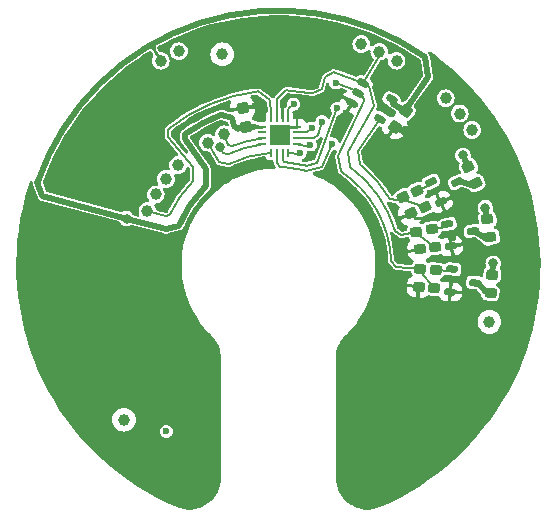
<source format=gbr>
%TF.GenerationSoftware,KiCad,Pcbnew,7.0.6*%
%TF.CreationDate,2024-04-30T01:46:29+02:00*%
%TF.ProjectId,amulet_encoder,616d756c-6574-45f6-956e-636f6465722e,1.0*%
%TF.SameCoordinates,PX7829b80PY6b49d20*%
%TF.FileFunction,Copper,L1,Top*%
%TF.FilePolarity,Positive*%
%FSLAX46Y46*%
G04 Gerber Fmt 4.6, Leading zero omitted, Abs format (unit mm)*
G04 Created by KiCad (PCBNEW 7.0.6) date 2024-04-30 01:46:29*
%MOMM*%
%LPD*%
G01*
G04 APERTURE LIST*
G04 Aperture macros list*
%AMRoundRect*
0 Rectangle with rounded corners*
0 $1 Rounding radius*
0 $2 $3 $4 $5 $6 $7 $8 $9 X,Y pos of 4 corners*
0 Add a 4 corners polygon primitive as box body*
4,1,4,$2,$3,$4,$5,$6,$7,$8,$9,$2,$3,0*
0 Add four circle primitives for the rounded corners*
1,1,$1+$1,$2,$3*
1,1,$1+$1,$4,$5*
1,1,$1+$1,$6,$7*
1,1,$1+$1,$8,$9*
0 Add four rect primitives between the rounded corners*
20,1,$1+$1,$2,$3,$4,$5,0*
20,1,$1+$1,$4,$5,$6,$7,0*
20,1,$1+$1,$6,$7,$8,$9,0*
20,1,$1+$1,$8,$9,$2,$3,0*%
G04 Aperture macros list end*
%TA.AperFunction,ComponentPad*%
%ADD10C,0.700000*%
%TD*%
%TA.AperFunction,ComponentPad*%
%ADD11C,4.400000*%
%TD*%
%TA.AperFunction,ComponentPad*%
%ADD12C,1.000000*%
%TD*%
%TA.AperFunction,FiducialPad,Global*%
%ADD13C,1.000000*%
%TD*%
%TA.AperFunction,SMDPad,CuDef*%
%ADD14RoundRect,0.237500X0.299753X-0.188309X0.217271X0.279474X-0.299753X0.188309X-0.217271X-0.279474X0*%
%TD*%
%TA.AperFunction,SMDPad,CuDef*%
%ADD15RoundRect,0.212500X-0.350370X0.071088X-0.170757X-0.314093X0.350370X-0.071088X0.170757X0.314093X0*%
%TD*%
%TA.AperFunction,SMDPad,CuDef*%
%ADD16RoundRect,0.212500X-0.267885X0.236749X-0.304927X-0.186634X0.267885X-0.236749X0.304927X0.186634X0*%
%TD*%
%TA.AperFunction,SMDPad,CuDef*%
%ADD17RoundRect,0.212500X-0.320032X0.159348X-0.246232X-0.259195X0.320032X-0.159348X0.246232X0.259195X0*%
%TD*%
%TA.AperFunction,SMDPad,CuDef*%
%ADD18RoundRect,0.150000X-0.378109X0.045096X0.228109X-0.304904X0.378109X-0.045096X-0.228109X0.304904X0*%
%TD*%
%TA.AperFunction,SMDPad,CuDef*%
%ADD19RoundRect,0.237500X-0.078803X0.345112X-0.351252X-0.043985X0.078803X-0.345112X0.351252X0.043985X0*%
%TD*%
%TA.AperFunction,SMDPad,CuDef*%
%ADD20R,1.700000X1.700000*%
%TD*%
%TA.AperFunction,SMDPad,CuDef*%
%ADD21RoundRect,0.062500X0.312500X-0.062500X0.312500X0.062500X-0.312500X0.062500X-0.312500X-0.062500X0*%
%TD*%
%TA.AperFunction,SMDPad,CuDef*%
%ADD22RoundRect,0.062500X0.062500X-0.312500X0.062500X0.312500X-0.062500X0.312500X-0.062500X-0.312500X0*%
%TD*%
%TA.AperFunction,SMDPad,CuDef*%
%ADD23RoundRect,0.150000X-0.361742X-0.118925X0.335595X-0.179934X0.361742X0.118925X-0.335595X0.179934X0*%
%TD*%
%TA.AperFunction,SMDPad,CuDef*%
%ADD24RoundRect,0.150000X-0.318635X-0.208498X0.370730X-0.086944X0.318635X0.208498X-0.370730X0.086944X0*%
%TD*%
%TA.AperFunction,SMDPad,CuDef*%
%ADD25RoundRect,0.150000X-0.253815X-0.283863X0.380600X0.011970X0.253815X0.283863X-0.380600X-0.011970X0*%
%TD*%
%TA.AperFunction,ViaPad*%
%ADD26C,0.600000*%
%TD*%
%TA.AperFunction,ViaPad*%
%ADD27C,0.800000*%
%TD*%
%TA.AperFunction,Conductor*%
%ADD28C,0.250000*%
%TD*%
%TA.AperFunction,Conductor*%
%ADD29C,0.200000*%
%TD*%
%TA.AperFunction,Conductor*%
%ADD30C,0.500000*%
%TD*%
G04 APERTURE END LIST*
D10*
%TO.P,H1,1,1*%
%TO.N,GND*%
X20850000Y41000000D03*
X21333274Y42166726D03*
X21333274Y39833274D03*
X22500000Y42650000D03*
D11*
X22500000Y41000000D03*
D10*
X22500000Y39350000D03*
X23666726Y42166726D03*
X23666726Y39833274D03*
X24150000Y41000000D03*
%TD*%
D12*
%TO.P,TP10,1,1*%
%TO.N,/PWM*%
X29525000Y41225000D03*
%TD*%
D13*
%TO.P,FM2,*%
%TO.N,*%
X17736852Y40369629D03*
%TD*%
D12*
%TO.P,TP13,1,1*%
%TO.N,+3V3*%
X12525002Y39820510D03*
%TD*%
%TO.P,TP3,1,1*%
%TO.N,/MOSI*%
X12979760Y29805137D03*
%TD*%
%TO.P,TP1,1,1*%
%TO.N,/CLK*%
X11413445Y27092201D03*
%TD*%
%TO.P,TP4,1,1*%
%TO.N,/CS*%
X14014719Y30985281D03*
%TD*%
D14*
%TO.P,C4,1*%
%TO.N,+3V3*%
X19750000Y34250000D03*
%TO.P,C4,2*%
%TO.N,GND*%
X19472162Y35825692D03*
%TD*%
D12*
%TO.P,TP15,1,1*%
%TO.N,GND*%
X15684597Y41293852D03*
%TD*%
D15*
%TO.P,R2,1*%
%TO.N,/MG*%
X33058730Y28251149D03*
%TO.P,R2,2*%
%TO.N,GND*%
X33692658Y26891687D03*
%TD*%
D16*
%TO.P,R8,2*%
%TO.N,/MOS_Y_D*%
X40465756Y20175339D03*
%TO.P,R8,1*%
%TO.N,/LED_Y_K*%
X40596490Y21669631D03*
%TD*%
D17*
%TO.P,R4,1*%
%TO.N,/MOS_R_G*%
X35467710Y25548137D03*
%TO.P,R4,2*%
%TO.N,/MGL*%
X35728182Y24070925D03*
%TD*%
D15*
%TO.P,R1,2*%
%TO.N,/MG*%
X34870860Y27441090D03*
%TO.P,R1,1*%
%TO.N,/MOS_G_G*%
X34236932Y28800552D03*
%TD*%
D12*
%TO.P,TP14,1,1*%
%TO.N,+5V*%
X14072635Y40626155D03*
%TD*%
%TO.P,TP12,1,1*%
%TO.N,/MGL*%
X31050000Y40600000D03*
%TD*%
%TO.P,TP2,1,1*%
%TO.N,/MISO*%
X12107695Y28500000D03*
%TD*%
D17*
%TO.P,R6,1*%
%TO.N,/MGL*%
X34187457Y25322384D03*
%TO.P,R6,2*%
%TO.N,GND*%
X34447929Y23845172D03*
%TD*%
D18*
%TO.P,U2,5,VCC*%
%TO.N,+3V3*%
X32079185Y36541629D03*
%TO.P,U2,4*%
%TO.N,/MG*%
X31129185Y34896181D03*
%TO.P,U2,3,GND*%
%TO.N,GND*%
X28747615Y36271181D03*
%TO.P,U2,2*%
%TO.N,/MGH*%
X29222615Y37093905D03*
%TO.P,U2,1*%
%TO.N,/MGL*%
X29697615Y37916629D03*
%TD*%
D13*
%TO.P,FM3,*%
%TO.N,*%
X40369627Y17711846D03*
%TD*%
D16*
%TO.P,R5,1*%
%TO.N,/MGH*%
X34519702Y22201273D03*
%TO.P,R5,2*%
%TO.N,GND*%
X34388968Y20706981D03*
%TD*%
D19*
%TO.P,C3,1*%
%TO.N,+3V3*%
X33272257Y35561726D03*
%TO.P,C3,2*%
%TO.N,GND*%
X32354535Y34251082D03*
%TD*%
D12*
%TO.P,TP5,1,1*%
%TO.N,/SSD*%
X16500000Y32892305D03*
%TD*%
D10*
%TO.P,H2,1,1*%
%TO.N,GND*%
X36871469Y13249998D03*
X37354743Y14416724D03*
X37354743Y12083272D03*
X38521469Y14899998D03*
D11*
X38521469Y13249998D03*
D10*
X38521469Y11599998D03*
X39688195Y14416724D03*
X39688195Y12083272D03*
X40171469Y13249998D03*
%TD*%
D12*
%TO.P,TP6,1,1*%
%TO.N,/SSCK*%
X17907799Y33586555D03*
%TD*%
D10*
%TO.P,H3,1,1*%
%TO.N,GND*%
X4828529Y13250004D03*
X5311803Y14416730D03*
X5311803Y12083278D03*
X6478529Y14900004D03*
D11*
X6478529Y13250004D03*
D10*
X6478529Y11600004D03*
X7645255Y14416730D03*
X7645255Y12083278D03*
X8128529Y13250004D03*
%TD*%
D20*
%TO.P,U1,17,PAD*%
%TO.N,GND*%
X22600000Y33500000D03*
D21*
%TO.P,U1,16,MGH*%
%TO.N,/MGH*%
X21125000Y32750000D03*
%TO.P,U1,15,SSCK*%
%TO.N,/SSCK*%
X21125000Y33250000D03*
%TO.P,U1,14,NC*%
%TO.N,unconnected-(U1-NC-Pad14)*%
X21125000Y33750000D03*
%TO.P,U1,13,VDD*%
%TO.N,+3V3*%
X21125000Y34250000D03*
D22*
%TO.P,U1,12,SCLK*%
%TO.N,/CLK*%
X21850000Y34975000D03*
%TO.P,U1,11,MGL*%
%TO.N,/MGL*%
X22350000Y34975000D03*
%TO.P,U1,10,TEST*%
%TO.N,GND*%
X22850000Y34975000D03*
%TO.P,U1,9,PWM*%
%TO.N,/PWM*%
X23350000Y34975000D03*
D21*
%TO.P,U1,8,GND*%
%TO.N,GND*%
X24075000Y34250000D03*
%TO.P,U1,7,MISO*%
%TO.N,/MISO*%
X24075000Y33750000D03*
%TO.P,U1,6,B*%
%TO.N,/B*%
X24075000Y33250000D03*
%TO.P,U1,5,CS*%
%TO.N,/CS*%
X24075000Y32750000D03*
D22*
%TO.P,U1,4,MOSI*%
%TO.N,/MOSI*%
X23350000Y32025000D03*
%TO.P,U1,3,Z*%
%TO.N,/Z*%
X22850000Y32025000D03*
%TO.P,U1,2,A*%
%TO.N,/A*%
X22350000Y32025000D03*
%TO.P,U1,1,SSD*%
%TO.N,/SSD*%
X21850000Y32025000D03*
%TD*%
D23*
%TO.P,Q2,1,G*%
%TO.N,/MOS_Y_G*%
X37226865Y22165201D03*
%TO.P,Q2,2,S*%
%TO.N,GND*%
X37061269Y20272431D03*
%TO.P,Q2,3,D*%
%TO.N,/MOS_Y_D*%
X39136457Y21044504D03*
%TD*%
D17*
%TO.P,R9,2*%
%TO.N,/MOS_R_D*%
X40455256Y24904424D03*
%TO.P,R9,1*%
%TO.N,/LED_R_K*%
X40194784Y26381636D03*
%TD*%
D15*
%TO.P,R7,2*%
%TO.N,/MOS_G_D*%
X39221136Y29469658D03*
%TO.P,R7,1*%
%TO.N,/LED_G_K*%
X38587208Y30829120D03*
%TD*%
D24*
%TO.P,Q3,1,G*%
%TO.N,/MOS_R_G*%
X36811709Y25988189D03*
%TO.P,Q3,2,S*%
%TO.N,GND*%
X37141641Y24117054D03*
%TO.P,Q3,3,D*%
%TO.N,/MOS_R_D*%
X38946291Y25399918D03*
%TD*%
D13*
%TO.P,FM1,*%
%TO.N,*%
X9418524Y9418525D03*
%TD*%
D12*
%TO.P,TP11,1,1*%
%TO.N,/MGH*%
X32500000Y39825000D03*
%TD*%
D25*
%TO.P,Q1,1,G*%
%TO.N,/MOS_G_G*%
X35421239Y29573481D03*
%TO.P,Q1,2,S*%
%TO.N,GND*%
X36224214Y27851496D03*
%TO.P,Q1,3,D*%
%TO.N,/MOS_G_D*%
X37635342Y29557725D03*
%TD*%
D16*
%TO.P,R3,1*%
%TO.N,/MOS_Y_G*%
X35814756Y22087973D03*
%TO.P,R3,2*%
%TO.N,/MGH*%
X35684022Y20593681D03*
%TD*%
D12*
%TO.P,TP9,1,1*%
%TO.N,/Z*%
X36667135Y36642135D03*
%TD*%
%TO.P,TP8,1,1*%
%TO.N,/B*%
X37845888Y35355752D03*
%TD*%
%TO.P,TP7,1,1*%
%TO.N,/A*%
X38908040Y33971529D03*
%TD*%
D26*
%TO.N,GND*%
X35300000Y26525000D03*
X33000000Y20825000D03*
X33100000Y23600000D03*
%TO.N,*%
X13000000Y8450000D03*
%TO.N,/MOSI*%
X24325000Y32025000D03*
%TO.N,/MISO*%
X25325000Y34125000D03*
%TO.N,GND*%
X17401220Y38192433D03*
X2527813Y16010643D03*
X11500000Y33200000D03*
X14480941Y18414086D03*
X16900000Y33850000D03*
X30519059Y18414086D03*
X6203142Y19918831D03*
X28863961Y28863961D03*
X9166207Y24611865D03*
X24000000Y35300000D03*
X38192433Y17401220D03*
X39489357Y10156510D03*
X33342693Y34080090D03*
X31500000Y22500000D03*
X37315325Y24846517D03*
X13610805Y23907910D03*
X29924621Y15075379D03*
X16328255Y14005322D03*
X13647185Y5125373D03*
X19684180Y40278390D03*
X13610805Y21092090D03*
X13160000Y28620000D03*
X38350000Y20350000D03*
X27790067Y29781153D03*
X25400000Y35000000D03*
X9134902Y15690143D03*
X13980000Y29930000D03*
X20500000Y36000000D03*
X32033800Y3788863D03*
X5125373Y31352815D03*
X12966200Y3788863D03*
X37349242Y7650758D03*
X1500000Y22500000D03*
X18100000Y35950000D03*
X1758545Y19214876D03*
X28671745Y14005322D03*
X19918831Y38796858D03*
X25315820Y40278390D03*
X33080135Y37062306D03*
X29781153Y27790067D03*
X12800000Y31300000D03*
X10156510Y5510643D03*
X26560000Y35520000D03*
X10832738Y10832738D03*
X9166207Y20388135D03*
X13940491Y19718847D03*
X19449528Y41759923D03*
X27700000Y36900000D03*
X3000000Y22500000D03*
X5510643Y10156510D03*
X6550000Y25050000D03*
X12129272Y24142562D03*
X33961812Y38275831D03*
X15446577Y12791796D03*
X30985281Y30985281D03*
X7500000Y22500000D03*
X31389195Y23907910D03*
X15009157Y37201608D03*
X9000000Y22500000D03*
X30519059Y26585914D03*
X30994678Y16328255D03*
X39874627Y31352815D03*
X7684675Y20153483D03*
X10500000Y22500000D03*
X38400000Y24350000D03*
X3240077Y25550472D03*
X29781153Y17209933D03*
X12500000Y27400000D03*
X42472187Y16010643D03*
X27400000Y33550000D03*
X34843490Y5510643D03*
X32150000Y35300000D03*
X11038188Y38275831D03*
X41045602Y28525831D03*
X16136039Y16136039D03*
X9865420Y30516266D03*
X1758545Y25785124D03*
X42000000Y22500000D03*
X41759923Y25550472D03*
X31059509Y19718847D03*
X31059509Y25281153D03*
X37400000Y28400000D03*
X10647740Y24377214D03*
X14564899Y11578271D03*
X25150000Y31850000D03*
X8234152Y17864745D03*
X6000000Y22500000D03*
X28863961Y16136039D03*
X31855569Y17733100D03*
X12000000Y22500000D03*
X32486093Y19255322D03*
X20750000Y35200000D03*
X4721610Y25315820D03*
X10647740Y20622786D03*
X10350000Y27150000D03*
X13500000Y22500000D03*
X16371128Y10471412D03*
X10364745Y13683221D03*
X4721610Y19684180D03*
X6807567Y17401220D03*
X31389195Y21092090D03*
X15218847Y17209933D03*
X11893398Y11893398D03*
X3240077Y19449528D03*
X6724169Y33961812D03*
X7650758Y7650758D03*
X12801543Y35848780D03*
X25550472Y41759923D03*
X4500000Y22500000D03*
D27*
%TO.N,+3V3*%
X9655065Y26451921D03*
D26*
%TO.N,/MGH*%
X27350000Y37950000D03*
D27*
X17542050Y32541541D03*
D26*
%TO.N,/PWM*%
X23800000Y36150000D03*
%TO.N,/Z*%
X27450000Y35780000D03*
%TO.N,/B*%
X26200000Y34675000D03*
%TO.N,/A*%
X27061312Y32783146D03*
%TO.N,/CS*%
X25200000Y32700000D03*
D27*
%TO.N,/LED_R_K*%
X40016708Y27391560D03*
%TO.N,/LED_G_K*%
X38122326Y31826062D03*
%TO.N,/LED_Y_K*%
X40683643Y22665816D03*
%TD*%
D28*
%TO.N,GND*%
X34059345Y26525000D02*
X33692658Y26891687D01*
X35300000Y26525000D02*
X34059345Y26525000D01*
D29*
%TO.N,/MGH*%
X32048432Y22846316D02*
X32436773Y22383507D01*
X32048432Y22846316D02*
G75*
G03*
X27800000Y30449999I-9548432J-346316D01*
G01*
%TO.N,/MGL*%
X32375585Y25427937D02*
X32860488Y25088404D01*
X32375585Y25427937D02*
G75*
G03*
X28600000Y30800000I-9875585J-2927937D01*
G01*
%TO.N,/MG*%
X32514992Y28001580D02*
X31951565Y28100927D01*
X33058730Y28251149D02*
X32540214Y28009361D01*
X31951564Y28100926D02*
G75*
G03*
X29411245Y31040323I-9451564J-5600926D01*
G01*
%TO.N,/MGH*%
X32436773Y22383507D02*
X34519702Y22201273D01*
%TO.N,/MGL*%
X32860488Y25088404D02*
X34187457Y25322384D01*
X34222184Y25125438D02*
X35728186Y24070924D01*
%TO.N,/MGH*%
X34502272Y22002050D02*
X35684030Y20593686D01*
X34519702Y22201273D02*
X34502272Y22002050D01*
%TO.N,/MG*%
X33143247Y28069901D02*
X34870862Y27441102D01*
X33058730Y28251149D02*
X33143247Y28069901D01*
%TO.N,/MGL*%
X34187457Y25322384D02*
X34222184Y25125438D01*
%TO.N,/MOSI*%
X24055843Y31935437D02*
X24235437Y31935437D01*
X24235437Y31935437D02*
X24325000Y32025000D01*
X24055843Y31935435D02*
G75*
G03*
X23350000Y32025000I-1555743J-9434435D01*
G01*
%TO.N,/MISO*%
X24950000Y33750000D02*
X24075000Y33750000D01*
X25325000Y34125000D02*
X24950000Y33750000D01*
%TO.N,/CLK*%
X13126296Y33389182D02*
X13182070Y34026656D01*
X11413445Y27092201D02*
X13012427Y26663758D01*
X15269901Y30834528D02*
X13126296Y33389182D01*
X21747344Y36523344D02*
X20747183Y37223664D01*
X13012427Y26663758D02*
X13268948Y26732492D01*
X15269901Y29631057D02*
X15269901Y30834528D01*
X21850000Y35350000D02*
X21747344Y36523344D01*
X13182070Y34026656D02*
X13220133Y34064719D01*
X15269901Y29631057D02*
G75*
G03*
X13268948Y26732492I7230099J-7131057D01*
G01*
X20747183Y37223664D02*
G75*
G03*
X13220133Y34064719I1752817J-14723664D01*
G01*
D28*
%TO.N,GND*%
X23350000Y34250000D02*
X22600000Y33500000D01*
D30*
X33342693Y34080090D02*
X32870051Y33953450D01*
X32870051Y33953450D02*
X32354535Y34251082D01*
D28*
X24075000Y34250000D02*
X23350000Y34250000D01*
D29*
%TO.N,/MGL*%
X26436948Y38428085D02*
X26161605Y37400491D01*
X30593834Y35953249D02*
X30135486Y37663824D01*
X31060116Y40589884D02*
X31050000Y40600000D01*
X26161605Y37400491D02*
X25410004Y37050020D01*
X22350000Y34975000D02*
X22350000Y36550000D01*
X22350000Y36550000D02*
X23125000Y37324999D01*
X31060116Y40276548D02*
X31060116Y40589884D01*
X30593834Y35953249D02*
X28370396Y32102139D01*
X28370396Y32102139D02*
X28600000Y30800000D01*
X30135486Y37663824D02*
X29697616Y37916629D01*
X29697616Y37916629D02*
X31060116Y40276548D01*
X27180768Y38857522D02*
X26436948Y38428085D01*
X25410004Y37050019D02*
G75*
G03*
X23125000Y37324997I-2910004J-14550019D01*
G01*
X29697613Y37916624D02*
G75*
G03*
X27180768Y38857522I-7197613J-15416524D01*
G01*
D30*
%TO.N,+3V3*%
X2521201Y28363436D02*
X9655065Y26451921D01*
X19105764Y34080335D02*
X18745460Y34288358D01*
X34899999Y40149999D02*
X35201720Y38438854D01*
D28*
X20400000Y34250000D02*
X21125000Y34250000D01*
D30*
X16377205Y30618187D02*
X16377205Y29190790D01*
X16377205Y29190790D02*
X16141554Y28955139D01*
X19750000Y34250000D02*
X20400000Y34250000D01*
D28*
X12525002Y39820510D02*
X11919416Y40869416D01*
D30*
X35201720Y38438854D02*
X33213394Y35599225D01*
X32170341Y36201432D02*
X33213394Y35599225D01*
X2521201Y28363436D02*
X2102112Y29514883D01*
X17712495Y35266680D02*
X18566616Y34955812D01*
X14572145Y33196097D02*
X14608959Y33616872D01*
X9655065Y26451921D02*
X12953714Y25568052D01*
X18745460Y34288358D02*
X18566616Y34955812D01*
D28*
X11919416Y40869416D02*
X11924800Y40874800D01*
D30*
X16377205Y30618187D02*
X14572145Y33196097D01*
X32079185Y36541629D02*
X32170341Y36201432D01*
X19500000Y34250000D02*
X19750000Y34250000D01*
X12953714Y25568052D02*
X14090222Y25872577D01*
X14608959Y33616872D02*
X14617453Y33625366D01*
D28*
X11924800Y40874800D02*
X11513896Y40984903D01*
X11924800Y40874800D02*
X11998669Y41293736D01*
D30*
X19750000Y34250002D02*
G75*
G03*
X19105764Y34080335I2750100J-11750202D01*
G01*
X16141555Y28955138D02*
G75*
G03*
X14090222Y25872577I6358445J-6455138D01*
G01*
X17712495Y35266679D02*
G75*
G03*
X14617454Y33625365I4787505J-12766679D01*
G01*
X34899999Y40149999D02*
G75*
G03*
X2102112Y29514883I-12399999J-17649999D01*
G01*
D29*
%TO.N,/MGH*%
X29222615Y37093905D02*
X29222615Y37177385D01*
X18159778Y31886991D02*
X17802645Y31982698D01*
X29625889Y36861075D02*
X29737236Y36445520D01*
X29222615Y37177385D02*
X29200000Y37200000D01*
X17802645Y31982698D02*
X17542050Y32541541D01*
X29222615Y37093905D02*
X29625889Y36861075D01*
X29737236Y36445520D02*
X27564434Y31785933D01*
X27564434Y31785933D02*
X27800000Y30450000D01*
X29113919Y37281108D02*
G75*
G03*
X27350000Y37949999I-6613919J-14781208D01*
G01*
X21125000Y32750000D02*
G75*
G03*
X18159778Y31886991I1375000J-10250000D01*
G01*
%TO.N,/PWM*%
X23350000Y35700000D02*
X23350000Y34975000D01*
X23800000Y36150000D02*
X23350000Y35700000D01*
%TO.N,/Z*%
X23011116Y31250000D02*
X22850000Y31411116D01*
X25782062Y31197378D02*
X24843358Y30945852D01*
X22850000Y31411116D02*
X22850000Y32025000D01*
X27450000Y35780000D02*
X25782062Y31197378D01*
X24843358Y30945852D02*
G75*
G03*
X23011116Y31250000I-2343358J-8445852D01*
G01*
%TO.N,/B*%
X25493314Y33250000D02*
X25893196Y33530000D01*
X25893196Y33530000D02*
X26200000Y34675000D01*
X24075000Y33250000D02*
X25493314Y33250000D01*
%TO.N,/A*%
X22675000Y30825000D02*
X22350000Y31150000D01*
X24598380Y30560509D02*
X24055991Y30682536D01*
X24865558Y30483758D02*
X24598380Y30560509D01*
X23506670Y30768108D02*
X22952863Y30816845D01*
X26149514Y30827794D02*
X24865558Y30483758D01*
X27061312Y32783146D02*
X26149514Y30827794D01*
X24055991Y30682536D02*
X23506670Y30768108D01*
X22952863Y30816845D02*
X22675000Y30825000D01*
X22350000Y31150000D02*
X22350000Y32025000D01*
%TO.N,/SSCK*%
X18222837Y32721017D02*
X17907799Y33586555D01*
X18612876Y32616491D02*
X18222837Y32721017D01*
X21125001Y33249994D02*
G75*
G03*
X18612876Y32616490I1374999J-10750094D01*
G01*
%TO.N,/SSD*%
X18269780Y31058817D02*
X17428396Y31284267D01*
X17428396Y31284267D02*
X16500000Y32892305D01*
X21850000Y32024998D02*
G75*
G03*
X18269780Y31058816I650000J-9524998D01*
G01*
%TO.N,/CS*%
X25086675Y32586675D02*
X25200000Y32700000D01*
X24908758Y32586675D02*
X25086675Y32586675D01*
X24908758Y32586676D02*
G75*
G03*
X24075000Y32750000I-2408858J-10087276D01*
G01*
%TO.N,/MOS_R_G*%
X35467711Y25548119D02*
X36649480Y25756512D01*
X36649480Y25756512D02*
X36811708Y25988206D01*
%TO.N,/MOS_G_G*%
X35324495Y29307693D02*
X35421228Y29573481D01*
X34236922Y28800557D02*
X34236922Y28800555D01*
X34236922Y28800555D02*
X35324495Y29307693D01*
%TO.N,/MG*%
X29213711Y32160608D02*
X29411246Y31040325D01*
%TO.N,GND*%
X33692658Y26891687D02*
X33692658Y26852520D01*
X33692658Y26852520D02*
X33681773Y26841635D01*
%TO.N,/MG*%
X31129185Y34896181D02*
X29213711Y32160608D01*
%TO.N,/MOS_Y_G*%
X35814760Y22087978D02*
X37010187Y21983381D01*
X37010187Y21983381D02*
X37226856Y22165190D01*
D30*
%TO.N,/LED_R_K*%
X40194786Y26381635D02*
X40016708Y27391560D01*
%TO.N,/MOS_R_D*%
X38946283Y25399930D02*
X39094016Y25425975D01*
X39962861Y24817601D02*
X40455259Y24904423D01*
X39094016Y25425975D02*
X39962861Y24817601D01*
%TO.N,/LED_G_K*%
X38122327Y31826063D02*
X38122326Y31826062D01*
X38587199Y30829119D02*
X38122327Y31826063D01*
%TO.N,/MOS_G_D*%
X37635337Y29557726D02*
X37816596Y29642257D01*
X38813290Y29279486D02*
X39221131Y29469666D01*
X37816596Y29642257D02*
X38813290Y29279486D01*
%TO.N,/LED_Y_K*%
X40683641Y22665816D02*
X40683643Y22665816D01*
X40596487Y21669627D02*
X40683641Y22665816D01*
%TO.N,/MOS_Y_D*%
X39136448Y21044501D02*
X39385501Y21022712D01*
X40067272Y20210194D02*
X40465751Y20175322D01*
X39385501Y21022712D02*
X40067272Y20210194D01*
%TD*%
%TA.AperFunction,Conductor*%
%TO.N,+3V3*%
G36*
X20398912Y34499990D02*
G01*
X20436160Y34497844D01*
X20459095Y34496523D01*
X20459858Y34496427D01*
X20507748Y34487157D01*
X20509344Y34486727D01*
X20548555Y34473118D01*
X20549214Y34472843D01*
X20583230Y34456086D01*
X20583577Y34455899D01*
X20614999Y34437500D01*
X20646594Y34419000D01*
X20681103Y34402001D01*
X20721440Y34388000D01*
X20770517Y34378500D01*
X20831249Y34375000D01*
X20841698Y34375000D01*
X20849971Y34371573D01*
X20852741Y34367165D01*
X20892396Y34253865D01*
X20892396Y34246135D01*
X20852741Y34132835D01*
X20846774Y34126158D01*
X20841698Y34125000D01*
X20831249Y34125000D01*
X20780639Y34122084D01*
X20770516Y34121500D01*
X20721440Y34112000D01*
X20721432Y34111998D01*
X20681111Y34098004D01*
X20681102Y34098000D01*
X20681103Y34098000D01*
X20646594Y34081000D01*
X20614998Y34062500D01*
X20614999Y34062500D01*
X20583582Y34044106D01*
X20583211Y34043906D01*
X20549219Y34027162D01*
X20548551Y34026883D01*
X20509351Y34013276D01*
X20507738Y34012842D01*
X20459866Y34003575D01*
X20459090Y34003478D01*
X20398912Y34000010D01*
X20398575Y34000000D01*
X20158876Y34000000D01*
X20150603Y34003427D01*
X20147297Y34010021D01*
X20142355Y34044106D01*
X20112743Y34248325D01*
X20112743Y34251679D01*
X20131133Y34378501D01*
X20147296Y34489979D01*
X20151876Y34497675D01*
X20158876Y34500000D01*
X20398575Y34500000D01*
X20398912Y34499990D01*
G37*
%TD.AperFunction*%
%TD*%
%TA.AperFunction,Conductor*%
%TO.N,GND*%
G36*
X17763519Y34821908D02*
G01*
X18173064Y34672848D01*
X18229328Y34631422D01*
X18250429Y34588420D01*
X18286282Y34454616D01*
X18284619Y34384766D01*
X18245457Y34326903D01*
X18181228Y34299399D01*
X18125554Y34305480D01*
X18075858Y34322869D01*
X17907802Y34341804D01*
X17907796Y34341804D01*
X17739742Y34322870D01*
X17580104Y34267010D01*
X17580101Y34267008D01*
X17436914Y34177037D01*
X17436908Y34177032D01*
X17317322Y34057446D01*
X17317317Y34057440D01*
X17227346Y33914253D01*
X17227344Y33914250D01*
X17171484Y33754612D01*
X17151770Y33579635D01*
X17148726Y33579978D01*
X17132865Y33525960D01*
X17080061Y33480205D01*
X17010903Y33470261D01*
X16962578Y33488005D01*
X16827692Y33572760D01*
X16827691Y33572761D01*
X16827690Y33572761D01*
X16788260Y33586558D01*
X16668056Y33628620D01*
X16500003Y33647554D01*
X16499997Y33647554D01*
X16331943Y33628620D01*
X16172305Y33572760D01*
X16172302Y33572758D01*
X16029115Y33482787D01*
X16029109Y33482782D01*
X15909523Y33363196D01*
X15909518Y33363190D01*
X15819547Y33220003D01*
X15819545Y33220000D01*
X15763685Y33060362D01*
X15744751Y32892308D01*
X15744751Y32892303D01*
X15763685Y32724249D01*
X15819545Y32564611D01*
X15819547Y32564608D01*
X15909518Y32421421D01*
X15909523Y32421415D01*
X16029109Y32301829D01*
X16029115Y32301824D01*
X16172302Y32211853D01*
X16172305Y32211851D01*
X16172309Y32211850D01*
X16172310Y32211849D01*
X16236803Y32189282D01*
X16331943Y32155991D01*
X16499997Y32137056D01*
X16500000Y32137056D01*
X16500001Y32137056D01*
X16557143Y32143495D01*
X16625965Y32131441D01*
X16677345Y32084093D01*
X16678415Y32082275D01*
X17193011Y31190964D01*
X17203042Y31168828D01*
X17206285Y31159277D01*
X17207206Y31156563D01*
X17207208Y31156561D01*
X17223793Y31137649D01*
X17272913Y31081639D01*
X17362291Y31037561D01*
X17375212Y31036715D01*
X17399194Y31032756D01*
X18152758Y30830838D01*
X18165122Y30826494D01*
X18207676Y30816121D01*
X18212402Y30814855D01*
X18228778Y30810467D01*
X18228791Y30810467D01*
X18232940Y30809781D01*
X18237523Y30808847D01*
X18253370Y30804983D01*
X18264535Y30806217D01*
X18286251Y30806700D01*
X18303116Y30805594D01*
X18311625Y30808483D01*
X18337874Y30814314D01*
X18341176Y30814678D01*
X18362289Y30825115D01*
X18369815Y30828237D01*
X18397483Y30837627D01*
X18397490Y30837634D01*
X18407820Y30843597D01*
X18424191Y30854220D01*
X18850804Y31050451D01*
X18853951Y31051794D01*
X19333746Y31240806D01*
X19336936Y31241961D01*
X19826544Y31403902D01*
X19829812Y31404883D01*
X20327654Y31539234D01*
X20330991Y31540036D01*
X20835565Y31646393D01*
X20838953Y31647009D01*
X21341016Y31723864D01*
X21410261Y31714551D01*
X21463479Y31669278D01*
X21478824Y31635993D01*
X21480501Y31630240D01*
X21527150Y31530201D01*
X21605201Y31452150D01*
X21705240Y31405501D01*
X21750821Y31399500D01*
X21949178Y31399501D01*
X21959315Y31400836D01*
X22028347Y31390072D01*
X22080604Y31343693D01*
X22099500Y31277897D01*
X22099500Y31186889D01*
X22097118Y31162700D01*
X22094592Y31150000D01*
X22094592Y31149998D01*
X22114032Y31052261D01*
X22114033Y31052260D01*
X22116077Y31049201D01*
X22128210Y31031044D01*
X22138844Y31015129D01*
X22169397Y30969401D01*
X22169398Y30969401D01*
X22169399Y30969399D01*
X22180168Y30962204D01*
X22198957Y30946783D01*
X22240556Y30905184D01*
X22274041Y30843861D01*
X22269057Y30774169D01*
X22227185Y30718236D01*
X22161721Y30693819D01*
X22157145Y30693577D01*
X21954056Y30686580D01*
X21935245Y30685931D01*
X21373169Y30627648D01*
X21373166Y30627648D01*
X21373161Y30627647D01*
X21059935Y30573169D01*
X20816437Y30530817D01*
X20267690Y30395898D01*
X19729530Y30223529D01*
X19204510Y30014530D01*
X18695120Y29769890D01*
X18203772Y29490768D01*
X18012226Y29363763D01*
X17732808Y29178495D01*
X17732806Y29178494D01*
X17346623Y28882239D01*
X17284450Y28834544D01*
X17006585Y28589231D01*
X16871027Y28469553D01*
X16860829Y28460550D01*
X16463953Y28058286D01*
X16210852Y27763686D01*
X16095702Y27629657D01*
X15757831Y27176705D01*
X15757831Y27176706D01*
X15598789Y26929671D01*
X15451935Y26701569D01*
X15179466Y26206506D01*
X15140956Y26123470D01*
X14943187Y25697033D01*
X14941717Y25693864D01*
X14897997Y25579575D01*
X14739814Y25166069D01*
X14574721Y24625644D01*
X14531358Y24438425D01*
X14447212Y24075122D01*
X14357897Y23517135D01*
X14340240Y23321125D01*
X14307198Y22954331D01*
X14295935Y22416926D01*
X14295357Y22389358D01*
X14322429Y21824917D01*
X14379687Y21336955D01*
X14388286Y21263670D01*
X14388286Y21263671D01*
X14403624Y21182024D01*
X14492614Y20708301D01*
X14570603Y20408593D01*
X14634922Y20161419D01*
X14689516Y19998562D01*
X14814530Y19625637D01*
X14814531Y19625633D01*
X14814532Y19625632D01*
X14827050Y19595380D01*
X15030590Y19103483D01*
X15282077Y18597438D01*
X15567795Y18109903D01*
X15886397Y17643184D01*
X16236357Y17199511D01*
X16236359Y17199509D01*
X16400325Y17018757D01*
X16616033Y16780966D01*
X16616033Y16780967D01*
X16752205Y16650216D01*
X16760297Y16642447D01*
X16763933Y16636098D01*
X16818062Y16586889D01*
X16821499Y16583512D01*
X17003966Y16389709D01*
X17008013Y16384952D01*
X17064569Y16311259D01*
X17169650Y16174336D01*
X17173185Y16169216D01*
X17312838Y15943403D01*
X17315842Y15937950D01*
X17432080Y15699255D01*
X17434528Y15693510D01*
X17526172Y15444358D01*
X17528030Y15438396D01*
X17594167Y15181281D01*
X17595416Y15175162D01*
X17635368Y14912704D01*
X17635996Y14906491D01*
X17649421Y14640136D01*
X17649500Y14637014D01*
X17649501Y4568511D01*
X17649501Y4522705D01*
X17649397Y4519124D01*
X17631634Y4212633D01*
X17630806Y4205511D01*
X17578065Y3904891D01*
X17576417Y3897902D01*
X17489306Y3605414D01*
X17486862Y3598662D01*
X17366535Y3318175D01*
X17363327Y3311750D01*
X17211404Y3047049D01*
X17207476Y3041039D01*
X17025990Y2795660D01*
X17021393Y2790143D01*
X16812780Y2567380D01*
X16807576Y2562431D01*
X16574619Y2365255D01*
X16568879Y2360941D01*
X16314702Y2192000D01*
X16308502Y2188378D01*
X16036510Y2049931D01*
X16029932Y2047050D01*
X15743776Y1940957D01*
X15736910Y1938854D01*
X15440397Y1866525D01*
X15433333Y1865230D01*
X15130458Y1827644D01*
X15123299Y1827174D01*
X14973983Y1826027D01*
X14818106Y1824829D01*
X14810934Y1825189D01*
X14507517Y1858119D01*
X14500435Y1859306D01*
X14202855Y1927067D01*
X14195957Y1929064D01*
X13907300Y2031069D01*
X13902749Y2032882D01*
X13902571Y2032961D01*
X13048651Y2412945D01*
X12209334Y2829719D01*
X11388354Y3281543D01*
X10587174Y3767613D01*
X9807221Y4287062D01*
X9049886Y4838964D01*
X8316517Y5422337D01*
X7608422Y6036141D01*
X6926863Y6679281D01*
X6273053Y7350613D01*
X5648158Y8048939D01*
X5053291Y8773016D01*
X4567110Y9418525D01*
X8413183Y9418525D01*
X8432499Y9222396D01*
X8489712Y9033792D01*
X8582610Y8859993D01*
X8582614Y8859986D01*
X8707640Y8707642D01*
X8859984Y8582616D01*
X8859991Y8582612D01*
X9033790Y8489714D01*
X9033793Y8489714D01*
X9033797Y8489711D01*
X9222392Y8432501D01*
X9418524Y8413184D01*
X9614656Y8432501D01*
X9672342Y8450000D01*
X12444750Y8450000D01*
X12463670Y8306292D01*
X12463671Y8306288D01*
X12519137Y8172378D01*
X12519138Y8172376D01*
X12519139Y8172375D01*
X12607379Y8057379D01*
X12722375Y7969139D01*
X12856291Y7913670D01*
X12983280Y7896952D01*
X12999999Y7894750D01*
X13000000Y7894750D01*
X13000001Y7894750D01*
X13014977Y7896722D01*
X13143709Y7913670D01*
X13277625Y7969139D01*
X13392621Y8057379D01*
X13480861Y8172375D01*
X13536330Y8306291D01*
X13555250Y8450000D01*
X13536330Y8593709D01*
X13480861Y8727625D01*
X13392621Y8842621D01*
X13277625Y8930861D01*
X13277624Y8930862D01*
X13277622Y8930863D01*
X13143712Y8986329D01*
X13143710Y8986330D01*
X13143709Y8986330D01*
X13071854Y8995790D01*
X13000001Y9005250D01*
X12999999Y9005250D01*
X12856291Y8986330D01*
X12856287Y8986329D01*
X12722377Y8930863D01*
X12607379Y8842621D01*
X12519137Y8727623D01*
X12463671Y8593713D01*
X12463670Y8593709D01*
X12444750Y8450001D01*
X12444750Y8450000D01*
X9672342Y8450000D01*
X9803251Y8489711D01*
X9977062Y8582615D01*
X10129407Y8707642D01*
X10254434Y8859987D01*
X10347338Y9033798D01*
X10404548Y9222393D01*
X10423865Y9418525D01*
X10404548Y9614657D01*
X10347338Y9803252D01*
X10347335Y9803256D01*
X10347335Y9803259D01*
X10254437Y9977058D01*
X10254433Y9977065D01*
X10129407Y10129409D01*
X9977063Y10254435D01*
X9977056Y10254439D01*
X9803257Y10347337D01*
X9803251Y10347339D01*
X9614656Y10404549D01*
X9614653Y10404550D01*
X9418524Y10423866D01*
X9222394Y10404550D01*
X9033790Y10347337D01*
X8859991Y10254439D01*
X8859984Y10254435D01*
X8707640Y10129409D01*
X8582614Y9977065D01*
X8582610Y9977058D01*
X8489712Y9803259D01*
X8432499Y9614655D01*
X8413183Y9418525D01*
X4567110Y9418525D01*
X4489513Y9521552D01*
X3957827Y10293215D01*
X3459182Y11086630D01*
X2994466Y11900382D01*
X2564507Y12733021D01*
X2170071Y13583065D01*
X1811861Y14448997D01*
X1490515Y15329275D01*
X1206606Y16222331D01*
X960640Y17126574D01*
X753054Y18040391D01*
X584220Y18962154D01*
X454438Y19890222D01*
X363938Y20822940D01*
X312883Y21758647D01*
X301363Y22695675D01*
X329399Y23632353D01*
X396941Y24567015D01*
X503869Y25497993D01*
X649991Y26423628D01*
X835048Y27342273D01*
X1058710Y28252288D01*
X1320578Y29152054D01*
X1456065Y29553585D01*
X1496149Y29610809D01*
X1560810Y29637280D01*
X1629518Y29624591D01*
X1680458Y29576770D01*
X1697458Y29508999D01*
X1696842Y29501421D01*
X1696866Y29500734D01*
X1697026Y29499913D01*
X1698162Y29484418D01*
X1698542Y29484454D01*
X1699402Y29475631D01*
X1710448Y29430485D01*
X1711085Y29427583D01*
X1714985Y29407523D01*
X1714988Y29407515D01*
X1717127Y29401638D01*
X1719091Y29395165D01*
X1726774Y29363764D01*
X1726775Y29363761D01*
X1732381Y29354095D01*
X1741635Y29334299D01*
X1909887Y28872029D01*
X2133399Y28257928D01*
X2133791Y28256853D01*
X2136178Y28248529D01*
X2142641Y28218123D01*
X2142641Y28218122D01*
X2142642Y28218121D01*
X2169093Y28172306D01*
X2172596Y28166240D01*
X2201666Y28113793D01*
X2203626Y28111285D01*
X2203659Y28111236D01*
X2203791Y28111073D01*
X2204024Y28110774D01*
X2204088Y28110706D01*
X2206072Y28108256D01*
X2206075Y28108252D01*
X2250609Y28068153D01*
X2294452Y28027269D01*
X2294453Y28027269D01*
X2294456Y28027266D01*
X2297078Y28025497D01*
X2297131Y28025456D01*
X2297406Y28025277D01*
X2297620Y28025133D01*
X2297677Y28025101D01*
X2300350Y28023366D01*
X2300354Y28023362D01*
X2355123Y27998978D01*
X2355124Y27998977D01*
X2409426Y27973654D01*
X2409427Y27973654D01*
X2409431Y27973652D01*
X2440288Y27969864D01*
X2448772Y27968215D01*
X8994678Y26214244D01*
X9054337Y26177879D01*
X9072378Y26152097D01*
X9074842Y26147402D01*
X9074845Y26147398D01*
X9164582Y26017391D01*
X9282825Y25912638D01*
X9282827Y25912637D01*
X9422699Y25839225D01*
X9576079Y25801421D01*
X9576080Y25801421D01*
X9734050Y25801421D01*
X9887430Y25839225D01*
X10015820Y25906610D01*
X10084328Y25920336D01*
X10105534Y25916590D01*
X12783360Y25199071D01*
X12799117Y25192544D01*
X12799289Y25192990D01*
X12808394Y25189495D01*
X12808398Y25189493D01*
X12858608Y25178821D01*
X12861711Y25178076D01*
X12880502Y25173041D01*
X12887746Y25172280D01*
X12894144Y25171267D01*
X12932492Y25163116D01*
X12940749Y25163984D01*
X12966679Y25163984D01*
X12974936Y25163116D01*
X13013288Y25171269D01*
X13019670Y25172279D01*
X13026926Y25173041D01*
X13045701Y25178073D01*
X13048821Y25178822D01*
X13099029Y25189493D01*
X13099032Y25189495D01*
X13108140Y25192991D01*
X13108311Y25192544D01*
X13124068Y25199071D01*
X14139262Y25471091D01*
X14165528Y25475177D01*
X14166560Y25475225D01*
X14205525Y25488686D01*
X14209667Y25489955D01*
X14224323Y25493881D01*
X14234876Y25498580D01*
X14239848Y25500543D01*
X14275415Y25512828D01*
X14279597Y25515803D01*
X14301030Y25528034D01*
X14311068Y25532502D01*
X14338463Y25557169D01*
X14344004Y25561610D01*
X14369266Y25579575D01*
X14377115Y25589546D01*
X14391571Y25604989D01*
X14405348Y25617392D01*
X14418234Y25639713D01*
X14428188Y25654409D01*
X14440511Y25670059D01*
X14448042Y25688841D01*
X14455742Y25704679D01*
X14468781Y25727261D01*
X14471133Y25738330D01*
X14478733Y25762050D01*
X14664516Y26188575D01*
X14666069Y26191871D01*
X14673496Y26206506D01*
X14882873Y26619120D01*
X14894790Y26642605D01*
X14896526Y26645792D01*
X15151357Y27082342D01*
X15153270Y27085407D01*
X15154519Y27087283D01*
X15433297Y27506208D01*
X15435403Y27509178D01*
X15439889Y27515128D01*
X15576303Y27696084D01*
X15739672Y27912796D01*
X15741927Y27915613D01*
X16069420Y28300695D01*
X16071825Y28303359D01*
X16422270Y28669463D01*
X16423608Y28670801D01*
X16463629Y28710222D01*
X16463630Y28710225D01*
X16464304Y28710888D01*
X16468489Y28715683D01*
X16682689Y28929881D01*
X16682690Y28929884D01*
X16689757Y28936950D01*
X16689760Y28936954D01*
X16705255Y28952448D01*
X16715314Y28972192D01*
X16725474Y28988772D01*
X16738501Y29006701D01*
X16745347Y29027773D01*
X16752793Y29045747D01*
X16762850Y29065485D01*
X16762851Y29065486D01*
X16766317Y29087374D01*
X16770856Y29106280D01*
X16777705Y29127357D01*
X16777705Y29254223D01*
X16777705Y29254224D01*
X16777705Y30572302D01*
X16779589Y30593836D01*
X16780303Y30597886D01*
X16782635Y30611109D01*
X16778592Y30639877D01*
X16778184Y30643601D01*
X16777705Y30649685D01*
X16777705Y30649706D01*
X16773317Y30677410D01*
X16772422Y30683775D01*
X16770450Y30697812D01*
X16764979Y30736740D01*
X16764977Y30736744D01*
X16764045Y30739793D01*
X16764029Y30739860D01*
X16763932Y30740160D01*
X16763853Y30740419D01*
X16763835Y30740463D01*
X16762852Y30743489D01*
X16735648Y30796879D01*
X16723356Y30822083D01*
X16720244Y30827366D01*
X16718420Y30830690D01*
X16716841Y30833789D01*
X16705255Y30856529D01*
X16692853Y30868931D01*
X16678959Y30885489D01*
X16666631Y30903095D01*
X15955605Y31918553D01*
X15016458Y33259803D01*
X14994131Y33326009D01*
X15011141Y33393776D01*
X15048532Y33433618D01*
X15319611Y33617069D01*
X15803470Y33915064D01*
X16299676Y34192014D01*
X16807314Y34447406D01*
X17325447Y34680772D01*
X17675099Y34820527D01*
X17744652Y34827129D01*
X17763519Y34821908D01*
G37*
%TD.AperFunction*%
%TA.AperFunction,Conductor*%
G36*
X35388223Y40569841D02*
G01*
X35636695Y40395391D01*
X36380233Y39825037D01*
X37099038Y39223811D01*
X37791829Y38592785D01*
X38457372Y37933083D01*
X39094480Y37245881D01*
X39702018Y36532403D01*
X40278904Y35793921D01*
X40824110Y35031750D01*
X41336664Y34247249D01*
X41815652Y33441816D01*
X42260223Y32616885D01*
X42669582Y31773927D01*
X43043001Y30914444D01*
X43379815Y30039967D01*
X43679422Y29152054D01*
X43941290Y28252288D01*
X44164952Y27342273D01*
X44350009Y26423628D01*
X44496131Y25497993D01*
X44603059Y24567015D01*
X44670601Y23632353D01*
X44698637Y22695675D01*
X44687117Y21758647D01*
X44636062Y20822940D01*
X44545562Y19890222D01*
X44415780Y18962154D01*
X44246946Y18040391D01*
X44039360Y17126574D01*
X43793394Y16222331D01*
X43509485Y15329275D01*
X43188139Y14448997D01*
X42829929Y13583065D01*
X42435493Y12733021D01*
X42005534Y11900382D01*
X41540818Y11086630D01*
X41042173Y10293215D01*
X40510487Y9521552D01*
X39946709Y8773016D01*
X39351842Y8048939D01*
X38726946Y7350613D01*
X38726947Y7350613D01*
X38073137Y6679281D01*
X37391578Y6036141D01*
X36683483Y5422337D01*
X35950114Y4838964D01*
X35192779Y4287062D01*
X34412826Y3767613D01*
X33611646Y3281543D01*
X32790666Y2829719D01*
X31951349Y2412945D01*
X31097427Y2032961D01*
X31092876Y2031148D01*
X30804036Y1929080D01*
X30797139Y1927083D01*
X30499562Y1859322D01*
X30492480Y1858135D01*
X30189063Y1825205D01*
X30181891Y1824845D01*
X30030960Y1826005D01*
X29876701Y1827190D01*
X29869543Y1827660D01*
X29566668Y1865246D01*
X29559605Y1866541D01*
X29263095Y1938868D01*
X29256229Y1940971D01*
X28970074Y2047064D01*
X28963497Y2049945D01*
X28691510Y2188388D01*
X28685309Y2192010D01*
X28431122Y2360960D01*
X28425392Y2365267D01*
X28192436Y2562441D01*
X28187240Y2567383D01*
X27978615Y2790157D01*
X27974018Y2795674D01*
X27792537Y3041047D01*
X27788609Y3047057D01*
X27650604Y3287507D01*
X27636686Y3311758D01*
X27633479Y3318181D01*
X27513153Y3598666D01*
X27510713Y3605403D01*
X27423597Y3897911D01*
X27421951Y3904893D01*
X27369209Y4205512D01*
X27368381Y4212620D01*
X27352129Y4493071D01*
X27350604Y4519387D01*
X27350500Y4522974D01*
X27350500Y4593170D01*
X27350499Y4593176D01*
X27350499Y14636662D01*
X27350578Y14639784D01*
X27358883Y14804557D01*
X27364021Y14906504D01*
X27364646Y14912689D01*
X27404600Y15175163D01*
X27405845Y15181264D01*
X27471987Y15438396D01*
X27473842Y15444348D01*
X27473846Y15444358D01*
X27565496Y15693527D01*
X27567928Y15699235D01*
X27684182Y15937963D01*
X27687172Y15943389D01*
X27826831Y16169211D01*
X27830360Y16174322D01*
X27992009Y16384952D01*
X27996038Y16389689D01*
X28179355Y16584395D01*
X28181523Y16586583D01*
X28383966Y16780966D01*
X28383966Y16780965D01*
X28599740Y17018829D01*
X28763641Y17199508D01*
X28763643Y17199510D01*
X29113603Y17643183D01*
X29113607Y17643188D01*
X29160476Y17711846D01*
X39364286Y17711846D01*
X39383602Y17515717D01*
X39440815Y17327113D01*
X39533713Y17153314D01*
X39533717Y17153307D01*
X39658743Y17000963D01*
X39811087Y16875937D01*
X39811094Y16875933D01*
X39984893Y16783035D01*
X39984896Y16783035D01*
X39984900Y16783032D01*
X40173495Y16725822D01*
X40369627Y16706505D01*
X40565759Y16725822D01*
X40754354Y16783032D01*
X40928165Y16875936D01*
X41080510Y17000963D01*
X41205537Y17153308D01*
X41298441Y17327119D01*
X41355651Y17515714D01*
X41374968Y17711846D01*
X41355651Y17907978D01*
X41298441Y18096573D01*
X41298438Y18096577D01*
X41298438Y18096580D01*
X41205540Y18270379D01*
X41205536Y18270386D01*
X41080510Y18422730D01*
X40928166Y18547756D01*
X40928159Y18547760D01*
X40754360Y18640658D01*
X40754354Y18640660D01*
X40565759Y18697870D01*
X40565756Y18697871D01*
X40369627Y18717187D01*
X40173497Y18697871D01*
X39984893Y18640658D01*
X39811094Y18547760D01*
X39811087Y18547756D01*
X39658743Y18422730D01*
X39533717Y18270386D01*
X39533713Y18270379D01*
X39440815Y18096580D01*
X39383602Y17907976D01*
X39364286Y17711846D01*
X29160476Y17711846D01*
X29432203Y18109901D01*
X29717923Y18597437D01*
X29969409Y19103482D01*
X30117926Y19462404D01*
X37140973Y19462404D01*
X37405609Y19439250D01*
X37405610Y19439250D01*
X37442565Y19438927D01*
X37603658Y19470825D01*
X37603666Y19470827D01*
X37751771Y19541786D01*
X37877580Y19647351D01*
X37877581Y19647352D01*
X37973176Y19780878D01*
X37973180Y19780886D01*
X38032569Y19933998D01*
X38038668Y19970448D01*
X38044390Y20035848D01*
X37197624Y20109930D01*
X37140973Y19462404D01*
X30117926Y19462404D01*
X30166546Y19579905D01*
X30185467Y19625631D01*
X30185467Y19625632D01*
X30185469Y19625636D01*
X30347817Y20109930D01*
X30365078Y20161419D01*
X30462327Y20535146D01*
X33370116Y20535146D01*
X33371542Y20437067D01*
X33409954Y20274995D01*
X33484702Y20126161D01*
X33591769Y19998562D01*
X33725366Y19899104D01*
X33878308Y19833132D01*
X33974648Y19814697D01*
X33974660Y19814696D01*
X34158919Y19798575D01*
X34226465Y20570626D01*
X33379699Y20644708D01*
X33370116Y20535161D01*
X33370116Y20535146D01*
X30462327Y20535146D01*
X30490837Y20644708D01*
X30507385Y20708301D01*
X30538085Y20871725D01*
X30611714Y21263667D01*
X30641531Y21517776D01*
X30677571Y21824916D01*
X30704643Y22389357D01*
X30704065Y22416926D01*
X30692802Y22954330D01*
X30657741Y23343536D01*
X30642103Y23517134D01*
X30552788Y24075121D01*
X30455368Y24495737D01*
X30425280Y24625643D01*
X30260185Y25166073D01*
X30141921Y25475225D01*
X30058283Y25693863D01*
X30058280Y25693869D01*
X29820537Y26206500D01*
X29820536Y26206501D01*
X29820534Y26206506D01*
X29548066Y26701569D01*
X29548065Y26701571D01*
X29548065Y26701572D01*
X29242169Y27176705D01*
X28904299Y27629657D01*
X28789149Y27763686D01*
X28536048Y28058286D01*
X28139172Y28460550D01*
X28128974Y28469553D01*
X27952568Y28625293D01*
X27715550Y28834544D01*
X27661744Y28875820D01*
X27267194Y29178493D01*
X27267192Y29178494D01*
X26796225Y29490770D01*
X26304881Y29769889D01*
X25795491Y30014529D01*
X25594047Y30094720D01*
X25453500Y30150669D01*
X25398495Y30193752D01*
X25375514Y30259735D01*
X25391854Y30327667D01*
X25442327Y30375981D01*
X25467265Y30385651D01*
X26197859Y30581413D01*
X26204465Y30582803D01*
X26236869Y30587789D01*
X26267821Y30606573D01*
X26272541Y30609162D01*
X26304996Y30625165D01*
X26304996Y30625166D01*
X26313838Y30631951D01*
X26322063Y30639487D01*
X26322062Y30639487D01*
X26322065Y30639488D01*
X26343465Y30668676D01*
X26346839Y30672878D01*
X26370704Y30700090D01*
X26381241Y30731136D01*
X26383752Y30737390D01*
X27051184Y32168697D01*
X27097354Y32221133D01*
X27147377Y32239228D01*
X27205021Y32246816D01*
X27279680Y32277741D01*
X27349145Y32285209D01*
X27411624Y32253934D01*
X27447277Y32193846D01*
X27444784Y32124021D01*
X27439511Y32110774D01*
X27363189Y31947101D01*
X27356801Y31936033D01*
X27336245Y31889318D01*
X27326974Y31869435D01*
X27325671Y31865731D01*
X27323938Y31861349D01*
X27315081Y31841217D01*
X27315079Y31841208D01*
X27314887Y31832401D01*
X27311364Y31805637D01*
X27309268Y31797073D01*
X27312616Y31775324D01*
X27313156Y31770627D01*
X27313454Y31766739D01*
X27313455Y31766734D01*
X27313455Y31766732D01*
X27316867Y31747378D01*
X27317262Y31745137D01*
X27325029Y31694675D01*
X27328337Y31682333D01*
X27545499Y30450772D01*
X27546992Y30423707D01*
X27547176Y30422043D01*
X27554744Y30396181D01*
X27556297Y30389536D01*
X27557591Y30382201D01*
X27561646Y30371772D01*
X27563366Y30366714D01*
X27571985Y30337260D01*
X27576793Y30327537D01*
X27576585Y30327435D01*
X27584473Y30313076D01*
X27584592Y30312769D01*
X27604996Y30291454D01*
X27610174Y30285289D01*
X27616984Y30276022D01*
X27624296Y30266072D01*
X27626754Y30264433D01*
X27647547Y30247005D01*
X27653505Y30240781D01*
X27664403Y30235986D01*
X27686469Y30223439D01*
X28137372Y29901838D01*
X28140484Y29899467D01*
X28592917Y29531609D01*
X28595874Y29529046D01*
X28844882Y29299036D01*
X29020720Y29136613D01*
X29024213Y29133387D01*
X29027000Y29130644D01*
X29429539Y28708757D01*
X29432137Y28705856D01*
X29807270Y28259424D01*
X29809687Y28256357D01*
X30132023Y27819544D01*
X30155918Y27787164D01*
X30158134Y27783954D01*
X30300520Y27563091D01*
X30474098Y27293844D01*
X30476113Y27290490D01*
X30539688Y27176706D01*
X30759533Y26783235D01*
X30760522Y26781466D01*
X30762322Y26777991D01*
X31014081Y26252012D01*
X31015656Y26248438D01*
X31225828Y25727261D01*
X31233735Y25707654D01*
X31235083Y25703980D01*
X31418632Y25150504D01*
X31419745Y25146753D01*
X31568022Y24582819D01*
X31568897Y24579005D01*
X31681320Y24006824D01*
X31681953Y24002963D01*
X31758068Y23424852D01*
X31758455Y23420970D01*
X31769829Y23253492D01*
X31794453Y22890875D01*
X31794267Y22871674D01*
X31793996Y22868576D01*
X31798181Y22830360D01*
X31798508Y22825860D01*
X31799697Y22793099D01*
X31801967Y22782488D01*
X31801293Y22782344D01*
X31803271Y22774504D01*
X31804846Y22769511D01*
X31820051Y22741794D01*
X31823149Y22735274D01*
X31832900Y22711234D01*
X31832902Y22711231D01*
X31859448Y22681829D01*
X32221168Y22250746D01*
X32234892Y22230684D01*
X32241119Y22219334D01*
X32268070Y22197704D01*
X32301732Y22170687D01*
X32318835Y22156960D01*
X32318836Y22156960D01*
X32318838Y22156958D01*
X32414512Y22129071D01*
X32427387Y22130482D01*
X32451683Y22130746D01*
X33648402Y22026047D01*
X33713470Y22000595D01*
X33754449Y21944004D01*
X33757756Y21933127D01*
X33765458Y21902882D01*
X33783312Y21832764D01*
X33783312Y21832763D01*
X33835253Y21747765D01*
X33853412Y21680297D01*
X33832213Y21613721D01*
X33785095Y21572298D01*
X33726893Y21543068D01*
X33726891Y21543067D01*
X33599301Y21436006D01*
X33599298Y21436002D01*
X33499839Y21302404D01*
X33433867Y21149465D01*
X33415431Y21053120D01*
X33415430Y21053114D01*
X33405845Y20943566D01*
X34252600Y20869485D01*
X34252617Y20869484D01*
X34427942Y20854145D01*
X34493011Y20828693D01*
X34533990Y20772102D01*
X34540663Y20719810D01*
X34457778Y19772430D01*
X34642042Y19756308D01*
X34642054Y19756308D01*
X34740133Y19757734D01*
X34902201Y19796145D01*
X35051044Y19870896D01*
X35127930Y19935412D01*
X35191938Y19963425D01*
X35244155Y19955596D01*
X35245081Y19958562D01*
X35252280Y19956318D01*
X35252280Y19956317D01*
X35283183Y19950670D01*
X35283194Y19950669D01*
X35283202Y19950668D01*
X35539744Y19928224D01*
X35967114Y19890833D01*
X35998340Y19891028D01*
X35998529Y19891029D01*
X36006006Y19891990D01*
X36006317Y19889569D01*
X36064289Y19887483D01*
X36121670Y19847619D01*
X36136925Y19823418D01*
X36148817Y19798598D01*
X36254380Y19672790D01*
X36254381Y19672789D01*
X36387907Y19577194D01*
X36387915Y19577190D01*
X36541028Y19517801D01*
X36541026Y19517801D01*
X36577478Y19511702D01*
X36842115Y19488549D01*
X36899527Y20144765D01*
X36922626Y20408788D01*
X37223770Y20408788D01*
X38070535Y20334705D01*
X38076258Y20400101D01*
X38076581Y20437058D01*
X38044683Y20598151D01*
X38044680Y20598162D01*
X37973720Y20746265D01*
X37868157Y20872073D01*
X37868156Y20872074D01*
X37788518Y20929089D01*
X38372993Y20929089D01*
X38378233Y20854145D01*
X38379616Y20834363D01*
X38427141Y20716736D01*
X38508689Y20619551D01*
X38616277Y20552322D01*
X38708411Y20529350D01*
X38708419Y20529350D01*
X38708421Y20529349D01*
X38825056Y20519146D01*
X39270514Y20480174D01*
X39335582Y20454722D01*
X39354693Y20436353D01*
X39418402Y20360427D01*
X39666279Y20065013D01*
X39694292Y20001004D01*
X39694780Y19976395D01*
X39694847Y19976392D01*
X39694802Y19975295D01*
X39694818Y19974514D01*
X39694730Y19973508D01*
X39694925Y19942089D01*
X39729366Y19806829D01*
X39745224Y19780878D01*
X39802144Y19687732D01*
X39906793Y19595380D01*
X40034014Y19537975D01*
X40034015Y19537975D01*
X40034017Y19537974D01*
X40064906Y19532330D01*
X40064917Y19532328D01*
X40064928Y19532327D01*
X40064936Y19532326D01*
X40300670Y19511702D01*
X40748848Y19472491D01*
X40780262Y19472687D01*
X40915518Y19507128D01*
X41034614Y19579905D01*
X41126966Y19684554D01*
X41126966Y19684556D01*
X41126968Y19684557D01*
X41184370Y19811772D01*
X41184372Y19811777D01*
X41190017Y19842663D01*
X41190018Y19842672D01*
X41190017Y19842672D01*
X41190019Y19842677D01*
X41236782Y20377180D01*
X41236586Y20408593D01*
X41202145Y20543850D01*
X41129368Y20662946D01*
X41024719Y20755298D01*
X41006810Y20763379D01*
X40953799Y20808894D01*
X40933810Y20875843D01*
X40953190Y20942972D01*
X41005786Y20988966D01*
X41027213Y20996572D01*
X41046249Y21001419D01*
X41046249Y21001420D01*
X41046252Y21001420D01*
X41165348Y21074197D01*
X41257700Y21178846D01*
X41257700Y21178848D01*
X41257702Y21178849D01*
X41315104Y21306064D01*
X41315106Y21306069D01*
X41320751Y21336955D01*
X41320752Y21336964D01*
X41320751Y21336964D01*
X41320753Y21336969D01*
X41367516Y21871472D01*
X41367320Y21902885D01*
X41332879Y22038142D01*
X41260273Y22156958D01*
X41260101Y22157240D01*
X41257435Y22159592D01*
X41255350Y22162901D01*
X41254128Y22164358D01*
X41254327Y22164526D01*
X41220195Y22218710D01*
X41220828Y22288577D01*
X41237436Y22323007D01*
X41263859Y22361287D01*
X41263861Y22361290D01*
X41263861Y22361291D01*
X41263863Y22361293D01*
X41319880Y22508998D01*
X41338921Y22665816D01*
X41337156Y22680357D01*
X41319880Y22822635D01*
X41286666Y22910211D01*
X41263863Y22970339D01*
X41174126Y23100346D01*
X41055883Y23205099D01*
X41055881Y23205100D01*
X41055880Y23205101D01*
X40916008Y23278513D01*
X40762629Y23316316D01*
X40762628Y23316316D01*
X40604658Y23316316D01*
X40604657Y23316316D01*
X40451277Y23278513D01*
X40311405Y23205101D01*
X40193159Y23100345D01*
X40103424Y22970341D01*
X40103423Y22970340D01*
X40047405Y22822635D01*
X40028365Y22665817D01*
X40028365Y22665816D01*
X40047406Y22508997D01*
X40047406Y22508995D01*
X40082323Y22416926D01*
X40087690Y22347263D01*
X40054542Y22285757D01*
X40031044Y22267151D01*
X40027633Y22265067D01*
X40027632Y22265066D01*
X39935277Y22160414D01*
X39877875Y22033199D01*
X39877873Y22033194D01*
X39872228Y22002308D01*
X39872227Y22002301D01*
X39840063Y21634667D01*
X39814610Y21569599D01*
X39758019Y21528620D01*
X39688257Y21524742D01*
X39666081Y21533971D01*
X39665616Y21532874D01*
X39656635Y21536687D01*
X39594881Y21552084D01*
X39564503Y21559658D01*
X39564501Y21559659D01*
X39564498Y21559659D01*
X39564492Y21559660D01*
X38804370Y21626161D01*
X38709645Y21619537D01*
X38592018Y21572012D01*
X38540306Y21528620D01*
X38494833Y21490464D01*
X38494832Y21490463D01*
X38494830Y21490461D01*
X38427606Y21382879D01*
X38427604Y21382876D01*
X38404631Y21290736D01*
X38372993Y20929089D01*
X37788518Y20929089D01*
X37734630Y20967669D01*
X37734622Y20967673D01*
X37581509Y21027062D01*
X37581510Y21027062D01*
X37545059Y21033161D01*
X37280422Y21056315D01*
X37280421Y21056314D01*
X37223770Y20408788D01*
X36922626Y20408788D01*
X36981563Y21082460D01*
X36981563Y21082461D01*
X36716929Y21105612D01*
X36716928Y21105612D01*
X36679972Y21105936D01*
X36518878Y21074038D01*
X36518874Y21074037D01*
X36487268Y21058894D01*
X36418304Y21047682D01*
X36354225Y21075534D01*
X36351644Y21077750D01*
X36242986Y21173640D01*
X36225076Y21181721D01*
X36172065Y21227236D01*
X36152076Y21294185D01*
X36171456Y21361314D01*
X36224052Y21407308D01*
X36245479Y21414914D01*
X36264515Y21419761D01*
X36264515Y21419762D01*
X36264518Y21419762D01*
X36383614Y21492539D01*
X36475966Y21597188D01*
X36495027Y21639434D01*
X36540542Y21692443D01*
X36607491Y21712432D01*
X36673762Y21693592D01*
X36706685Y21673019D01*
X36798819Y21650047D01*
X36798827Y21650047D01*
X36798829Y21650046D01*
X36898930Y21641289D01*
X37558952Y21583545D01*
X37653676Y21590168D01*
X37771303Y21637693D01*
X37868489Y21719241D01*
X37935717Y21826829D01*
X37958689Y21918962D01*
X37959928Y21933116D01*
X37990328Y22280617D01*
X37989969Y22285757D01*
X37983706Y22375342D01*
X37936181Y22492969D01*
X37854633Y22590154D01*
X37747045Y22657383D01*
X37747044Y22657384D01*
X37747043Y22657384D01*
X37685289Y22672781D01*
X37654911Y22680355D01*
X37654909Y22680356D01*
X37654906Y22680356D01*
X37654900Y22680357D01*
X36894778Y22746858D01*
X36800053Y22740234D01*
X36682424Y22692708D01*
X36591533Y22616442D01*
X36527524Y22588429D01*
X36458533Y22599470D01*
X36429781Y22618458D01*
X36373719Y22667932D01*
X36277753Y22711234D01*
X36246494Y22725339D01*
X36215605Y22730983D01*
X36215575Y22730987D01*
X35531668Y22790821D01*
X35531664Y22790821D01*
X35530888Y22790817D01*
X35500253Y22790626D01*
X35364994Y22756185D01*
X35364994Y22756184D01*
X35290672Y22710768D01*
X35223203Y22692609D01*
X35156627Y22713809D01*
X35143967Y22723604D01*
X35078665Y22781233D01*
X35042068Y22797746D01*
X34989058Y22843261D01*
X34969070Y22910211D01*
X34988451Y22977339D01*
X35034219Y23019917D01*
X35179417Y23098207D01*
X35179421Y23098210D01*
X35303835Y23208928D01*
X35303840Y23208933D01*
X35361413Y23291157D01*
X35415990Y23334783D01*
X35468445Y23340749D01*
X35468571Y23343841D01*
X35476107Y23343536D01*
X35476111Y23343537D01*
X35476113Y23343536D01*
X35507424Y23346079D01*
X35507434Y23346081D01*
X35507436Y23346081D01*
X35901153Y23415504D01*
X36183538Y23465296D01*
X36213831Y23473616D01*
X36213839Y23473621D01*
X36220808Y23476481D01*
X36221738Y23474216D01*
X36278243Y23487201D01*
X36343988Y23463551D01*
X36364991Y23444120D01*
X36382915Y23423208D01*
X36517448Y23329007D01*
X36671172Y23271227D01*
X36834435Y23253492D01*
X36871231Y23257032D01*
X37132838Y23303161D01*
X37019967Y23943286D01*
X37010781Y23995381D01*
X37315408Y23995381D01*
X37428279Y23355256D01*
X37689893Y23401384D01*
X37725667Y23410637D01*
X37725677Y23410641D01*
X37873028Y23483145D01*
X37997718Y23590018D01*
X38091920Y23724553D01*
X38149700Y23878277D01*
X38167436Y24041543D01*
X38167436Y24041550D01*
X38163895Y24078335D01*
X38152495Y24142982D01*
X37315408Y23995381D01*
X37010781Y23995381D01*
X36855001Y24878854D01*
X36593391Y24832724D01*
X36593392Y24832724D01*
X36557613Y24823472D01*
X36557604Y24823468D01*
X36410253Y24750964D01*
X36383668Y24728177D01*
X36319956Y24699496D01*
X36250853Y24709813D01*
X36247784Y24711286D01*
X36117995Y24775793D01*
X36117992Y24775794D01*
X36098602Y24778964D01*
X36035618Y24809208D01*
X35998983Y24868703D01*
X36000182Y24930948D01*
X37150442Y24930948D01*
X37263313Y24290823D01*
X38100401Y24438425D01*
X38089002Y24503074D01*
X38079749Y24538849D01*
X38079745Y24538859D01*
X38007242Y24686207D01*
X38007239Y24686211D01*
X37900367Y24810900D01*
X37900368Y24810900D01*
X37765833Y24905102D01*
X37612109Y24962882D01*
X37448845Y24980618D01*
X37412051Y24977076D01*
X37150442Y24930948D01*
X36000182Y24930948D01*
X36000329Y24938560D01*
X36039229Y24996599D01*
X36057946Y25009486D01*
X36075093Y25019102D01*
X36171294Y25120223D01*
X36233415Y25245209D01*
X36240888Y25290921D01*
X36271132Y25353905D01*
X36330627Y25390541D01*
X36399519Y25389494D01*
X36436640Y25378145D01*
X36531579Y25379802D01*
X37283024Y25512303D01*
X37372806Y25543216D01*
X37372910Y25543294D01*
X38174015Y25543294D01*
X38175671Y25448357D01*
X38238714Y25090835D01*
X38238714Y25090833D01*
X38269626Y25001054D01*
X38269627Y25001053D01*
X38345977Y24899734D01*
X38449900Y24826966D01*
X38571222Y24789874D01*
X38666161Y24791531D01*
X39123384Y24872153D01*
X39192822Y24864409D01*
X39216040Y24851612D01*
X39758962Y24471452D01*
X39758964Y24471452D01*
X39763238Y24468459D01*
X39800264Y24427544D01*
X39829515Y24375389D01*
X39839337Y24357877D01*
X39940454Y24261679D01*
X39940456Y24261678D01*
X39940458Y24261676D01*
X40065444Y24199556D01*
X40203187Y24177035D01*
X40234498Y24179578D01*
X40234508Y24179580D01*
X40234510Y24179580D01*
X40865400Y24290823D01*
X40910612Y24298795D01*
X40940905Y24307115D01*
X41062639Y24375389D01*
X41158840Y24476510D01*
X41220961Y24601496D01*
X41236984Y24699496D01*
X41243482Y24739237D01*
X41243482Y24739239D01*
X41240939Y24770551D01*
X41147769Y25298943D01*
X41143529Y25314384D01*
X41139451Y25329233D01*
X41139450Y25329234D01*
X41139450Y25329236D01*
X41071176Y25450970D01*
X41065619Y25456257D01*
X40970057Y25547170D01*
X40970051Y25547174D01*
X40845069Y25609292D01*
X40845066Y25609293D01*
X40825676Y25612463D01*
X40762692Y25642707D01*
X40726057Y25702202D01*
X40727403Y25772059D01*
X40766303Y25830098D01*
X40785020Y25842985D01*
X40802167Y25852601D01*
X40898368Y25953722D01*
X40960489Y26078708D01*
X40971720Y26147398D01*
X40983010Y26216449D01*
X40982744Y26219723D01*
X40980467Y26247763D01*
X40887297Y26776155D01*
X40878978Y26806448D01*
X40810704Y26928182D01*
X40809139Y26929671D01*
X40709585Y27024382D01*
X40709582Y27024384D01*
X40695383Y27031441D01*
X40644111Y27078907D01*
X40626640Y27146557D01*
X40634630Y27186450D01*
X40652945Y27234742D01*
X40671986Y27391560D01*
X40671370Y27396638D01*
X40652945Y27548379D01*
X40617244Y27642514D01*
X40596928Y27696083D01*
X40507191Y27826090D01*
X40388948Y27930843D01*
X40388946Y27930844D01*
X40388945Y27930845D01*
X40249073Y28004257D01*
X40095694Y28042060D01*
X40095693Y28042060D01*
X39937723Y28042060D01*
X39937722Y28042060D01*
X39784342Y28004257D01*
X39644470Y27930845D01*
X39583657Y27876970D01*
X39528964Y27828516D01*
X39526224Y27826089D01*
X39436489Y27696085D01*
X39436488Y27696084D01*
X39380470Y27548379D01*
X39361430Y27391561D01*
X39361430Y27391560D01*
X39380470Y27234742D01*
X39420549Y27129065D01*
X39436488Y27087037D01*
X39490953Y27008131D01*
X39513260Y26975813D01*
X39535143Y26909458D01*
X39517677Y26841807D01*
X39501054Y26819909D01*
X39491202Y26809553D01*
X39491199Y26809548D01*
X39429078Y26684564D01*
X39406557Y26546824D01*
X39409102Y26515497D01*
X39473183Y26152078D01*
X39465439Y26082639D01*
X39421382Y26028410D01*
X39355001Y26006608D01*
X39331192Y26009780D01*
X39331027Y26008603D01*
X39321361Y26009962D01*
X39321360Y26009962D01*
X39321358Y26009962D01*
X39226422Y26008306D01*
X39226421Y26008305D01*
X38474975Y25875804D01*
X38474973Y25875804D01*
X38385194Y25844892D01*
X38283875Y25768542D01*
X38283875Y25768541D01*
X38211107Y25664618D01*
X38190704Y25597884D01*
X38174015Y25543297D01*
X38174015Y25543294D01*
X37372910Y25543294D01*
X37474125Y25619566D01*
X37546893Y25723489D01*
X37583985Y25844811D01*
X37582328Y25939751D01*
X37519286Y26297272D01*
X37488373Y26387054D01*
X37412023Y26488373D01*
X37308100Y26561141D01*
X37186778Y26598233D01*
X37186777Y26598233D01*
X37091840Y26596577D01*
X37091839Y26596576D01*
X36340393Y26464075D01*
X36340391Y26464075D01*
X36250612Y26433163D01*
X36149292Y26356812D01*
X36149292Y26356811D01*
X36081250Y26259639D01*
X36026673Y26216015D01*
X35957174Y26208823D01*
X35924487Y26219723D01*
X35857524Y26253005D01*
X35857519Y26253006D01*
X35719779Y26275527D01*
X35688455Y26272982D01*
X35012365Y26153769D01*
X35012353Y26153766D01*
X34982060Y26145446D01*
X34982055Y26145444D01*
X34860328Y26077173D01*
X34860324Y26077170D01*
X34800287Y26014062D01*
X34739818Y25979059D01*
X34670024Y25982305D01*
X34655259Y25988490D01*
X34577270Y26027252D01*
X34577267Y26027253D01*
X34537652Y26033730D01*
X34474668Y26063975D01*
X34438034Y26123470D01*
X34439380Y26193327D01*
X34472568Y26246300D01*
X34592550Y26359497D01*
X34684076Y26498656D01*
X34718402Y26592966D01*
X34759828Y26649230D01*
X34808960Y26668566D01*
X34808280Y26671589D01*
X34815640Y26673246D01*
X34815642Y26673246D01*
X34833977Y26679791D01*
X34845210Y26683799D01*
X34845215Y26683802D01*
X34845229Y26683806D01*
X35369295Y26928182D01*
X35467441Y26973948D01*
X35467443Y26973950D01*
X35467449Y26973952D01*
X35494556Y26989829D01*
X35494558Y26989832D01*
X35494561Y26989833D01*
X35500556Y26994403D01*
X35502035Y26992463D01*
X35553296Y27019637D01*
X35622921Y27013793D01*
X35648214Y27000469D01*
X35670927Y26984917D01*
X35825251Y26928748D01*
X35825249Y26928748D01*
X35988691Y26912723D01*
X35988697Y26912723D01*
X36150983Y26937847D01*
X36185611Y26950793D01*
X36185612Y26950793D01*
X36426362Y27063059D01*
X36092540Y27778942D01*
X36423551Y27778942D01*
X36698254Y27189844D01*
X36939013Y27302111D01*
X36971175Y27320307D01*
X36971180Y27320311D01*
X37094748Y27428486D01*
X37187528Y27563989D01*
X37187530Y27563993D01*
X37243699Y27718317D01*
X37243699Y27718318D01*
X37259724Y27881760D01*
X37259724Y27881767D01*
X37234601Y28044053D01*
X37221655Y28078679D01*
X37193913Y28138169D01*
X36423551Y27778942D01*
X36092540Y27778942D01*
X36028195Y27916930D01*
X35750172Y28513151D01*
X35509419Y28400884D01*
X35509420Y28400884D01*
X35477252Y28382686D01*
X35477247Y28382682D01*
X35353682Y28274509D01*
X35333887Y28245600D01*
X35279768Y28201407D01*
X35210349Y28193488D01*
X35207005Y28194116D01*
X35064954Y28222832D01*
X35045402Y28220875D01*
X34976736Y28233788D01*
X34925952Y28281775D01*
X34909173Y28349600D01*
X34931727Y28415730D01*
X34946470Y28433019D01*
X34960543Y28446745D01*
X35027295Y28569320D01*
X35041569Y28639936D01*
X36022064Y28639936D01*
X36296767Y28050836D01*
X37067128Y28410062D01*
X37039387Y28469554D01*
X37039388Y28469553D01*
X37021187Y28501722D01*
X36913009Y28625293D01*
X36777504Y28718074D01*
X36623176Y28774245D01*
X36623178Y28774245D01*
X36459736Y28790270D01*
X36459730Y28790270D01*
X36297444Y28765146D01*
X36262817Y28752199D01*
X36262816Y28752199D01*
X36022064Y28639936D01*
X35041569Y28639936D01*
X35054949Y28706125D01*
X35050335Y28752236D01*
X35063247Y28820900D01*
X35111233Y28871685D01*
X35178046Y28888504D01*
X35209914Y28887391D01*
X35216838Y28887149D01*
X35216838Y28887150D01*
X35216841Y28887149D01*
X35308117Y28913322D01*
X35999663Y29235796D01*
X36078384Y29288893D01*
X36129326Y29354095D01*
X36156490Y29388863D01*
X36163736Y29408772D01*
X36195609Y29496342D01*
X36852271Y29496342D01*
X36852272Y29496339D01*
X36852272Y29496338D01*
X36857690Y29477443D01*
X36878444Y29405064D01*
X36895239Y29369048D01*
X37025139Y29090477D01*
X37031874Y29076035D01*
X37060975Y29032890D01*
X37081460Y29002519D01*
X37084970Y28997316D01*
X37084971Y28997315D01*
X37184936Y28919213D01*
X37184938Y28919213D01*
X37184940Y28919211D01*
X37304156Y28875820D01*
X37430940Y28871393D01*
X37430940Y28871394D01*
X37430944Y28871393D01*
X37522220Y28897566D01*
X37988305Y29114907D01*
X38057380Y29125398D01*
X38083119Y29119046D01*
X38118149Y29106296D01*
X38611646Y28926676D01*
X38664838Y28887546D01*
X38664936Y28887641D01*
X38665512Y28887050D01*
X38667845Y28885334D01*
X38670203Y28882241D01*
X38670205Y28882239D01*
X38767660Y28782324D01*
X38890235Y28715572D01*
X39027040Y28687917D01*
X39155230Y28700745D01*
X39165919Y28701814D01*
X39195486Y28712367D01*
X39195491Y28712370D01*
X39195505Y28712374D01*
X39817725Y29002520D01*
X39844832Y29018397D01*
X39944747Y29115851D01*
X40011499Y29238426D01*
X40039153Y29375231D01*
X40026527Y29501421D01*
X40025257Y29514111D01*
X40018402Y29533316D01*
X40014697Y29543696D01*
X39787943Y30029970D01*
X39773183Y30055172D01*
X39772068Y30057076D01*
X39772066Y30057078D01*
X39674611Y30156993D01*
X39572103Y30212816D01*
X39552037Y30223744D01*
X39552036Y30223745D01*
X39552035Y30223745D01*
X39415235Y30251399D01*
X39415231Y30251400D01*
X39395678Y30249443D01*
X39327012Y30262356D01*
X39276228Y30310343D01*
X39259449Y30378168D01*
X39282003Y30444298D01*
X39296746Y30461587D01*
X39310819Y30475313D01*
X39377571Y30597888D01*
X39405225Y30734693D01*
X39391329Y30873572D01*
X39380769Y30903158D01*
X39154015Y31389432D01*
X39145547Y31403891D01*
X39138140Y31416538D01*
X39138138Y31416540D01*
X39057342Y31499376D01*
X39040684Y31516454D01*
X39040683Y31516455D01*
X38918107Y31583207D01*
X38918108Y31583207D01*
X38864528Y31594038D01*
X38802719Y31626616D01*
X38768334Y31687439D01*
X38766003Y31730521D01*
X38777604Y31826062D01*
X38758563Y31982880D01*
X38753632Y31995881D01*
X38724720Y32072117D01*
X38702546Y32130585D01*
X38612809Y32260592D01*
X38494566Y32365345D01*
X38494564Y32365346D01*
X38494563Y32365347D01*
X38354691Y32438759D01*
X38201312Y32476562D01*
X38201311Y32476562D01*
X38043341Y32476562D01*
X38043340Y32476562D01*
X37889960Y32438759D01*
X37750088Y32365347D01*
X37631842Y32260591D01*
X37542107Y32130587D01*
X37542106Y32130586D01*
X37486088Y31982881D01*
X37467048Y31826063D01*
X37467048Y31826062D01*
X37486088Y31669244D01*
X37535225Y31539683D01*
X37542106Y31521539D01*
X37631843Y31391532D01*
X37750086Y31286779D01*
X37770854Y31275879D01*
X37821066Y31227296D01*
X37837041Y31159277D01*
X37822128Y31106780D01*
X37796846Y31060355D01*
X37796845Y31060354D01*
X37796845Y31060352D01*
X37778669Y30970433D01*
X37769191Y30923547D01*
X37783086Y30784668D01*
X37793646Y30755084D01*
X37821657Y30695014D01*
X37938568Y30444298D01*
X37949607Y30420626D01*
X37960099Y30351548D01*
X37931579Y30287764D01*
X37873103Y30249525D01*
X37849283Y30246425D01*
X37849428Y30245247D01*
X37839745Y30244058D01*
X37839741Y30244057D01*
X37839740Y30244057D01*
X37811597Y30235987D01*
X37748465Y30217885D01*
X37056922Y29895413D01*
X36978194Y29842311D01*
X36978193Y29842310D01*
X36900090Y29742344D01*
X36856700Y29623128D01*
X36856699Y29623123D01*
X36852271Y29496342D01*
X36195609Y29496342D01*
X36199881Y29508080D01*
X36204309Y29634868D01*
X36178136Y29726144D01*
X36024709Y30055167D01*
X36023421Y30057076D01*
X35998031Y30094720D01*
X35971612Y30133889D01*
X35971610Y30133891D01*
X35971609Y30133892D01*
X35871644Y30211994D01*
X35763376Y30251400D01*
X35752425Y30255386D01*
X35752424Y30255387D01*
X35625640Y30259814D01*
X35534362Y30233641D01*
X34842819Y29911169D01*
X34764091Y29858067D01*
X34764090Y29858066D01*
X34685988Y29758100D01*
X34645408Y29646609D01*
X34603981Y29590345D01*
X34538712Y29565410D01*
X34504317Y29567478D01*
X34431028Y29582293D01*
X34292148Y29568397D01*
X34262581Y29557844D01*
X34262566Y29557838D01*
X33640349Y29267694D01*
X33640345Y29267692D01*
X33613234Y29251812D01*
X33513320Y29154358D01*
X33471666Y29077869D01*
X33422316Y29028409D01*
X33354060Y29013480D01*
X33338199Y29015632D01*
X33252826Y29032890D01*
X33113946Y29018994D01*
X33084379Y29008441D01*
X33084364Y29008435D01*
X32462147Y28718291D01*
X32462143Y28718289D01*
X32435032Y28702409D01*
X32335118Y28604955D01*
X32268366Y28482380D01*
X32268221Y28481662D01*
X32267845Y28480950D01*
X32265190Y28473653D01*
X32264191Y28474017D01*
X32235641Y28419853D01*
X32174816Y28385471D01*
X32105059Y28389431D01*
X32048516Y28430476D01*
X32040008Y28443016D01*
X32021565Y28474136D01*
X31805169Y28800327D01*
X31706027Y28949772D01*
X31677195Y28988779D01*
X31366751Y29408778D01*
X31004625Y29849955D01*
X30780391Y30096476D01*
X30620559Y30272194D01*
X30555039Y30337260D01*
X30215563Y30674385D01*
X30215563Y30674384D01*
X30215558Y30674389D01*
X29790664Y31055507D01*
X29790663Y31055508D01*
X29790655Y31055515D01*
X29790654Y31055515D01*
X29677722Y31146916D01*
X29637995Y31204393D01*
X29633616Y31221771D01*
X29487342Y32051341D01*
X29495086Y32120780D01*
X29507880Y32143993D01*
X30363802Y33366373D01*
X31918170Y33366373D01*
X32050575Y33273663D01*
X32050590Y33273653D01*
X32139240Y33224176D01*
X32304398Y33174730D01*
X32304404Y33174729D01*
X32476510Y33164705D01*
X32476512Y33164706D01*
X32646288Y33194641D01*
X32646296Y33194644D01*
X32804596Y33262927D01*
X32804604Y33262931D01*
X32942889Y33365882D01*
X33009267Y33442691D01*
X33009278Y33442706D01*
X33087650Y33554635D01*
X32391371Y34042175D01*
X32391370Y34042175D01*
X31918170Y33366374D01*
X31918170Y33366373D01*
X30363802Y33366373D01*
X30964820Y34224714D01*
X31019397Y34268337D01*
X31088896Y34275530D01*
X31128395Y34260976D01*
X31184340Y34228676D01*
X31189914Y34226537D01*
X31245446Y34184137D01*
X31267593Y34132306D01*
X31291955Y33994146D01*
X31291957Y33994139D01*
X31360240Y33835839D01*
X31360244Y33835831D01*
X31463195Y33697546D01*
X31540007Y33631166D01*
X31672424Y33538446D01*
X32145626Y34214245D01*
X32246575Y34358416D01*
X32301152Y34402041D01*
X32370650Y34409235D01*
X32419273Y34388868D01*
X33259722Y33800379D01*
X33259723Y33800379D01*
X33338093Y33912305D01*
X33338098Y33912312D01*
X33371148Y33971527D01*
X38152791Y33971527D01*
X38171725Y33803473D01*
X38227585Y33643835D01*
X38227587Y33643832D01*
X38317558Y33500645D01*
X38317563Y33500639D01*
X38437149Y33381053D01*
X38437155Y33381048D01*
X38580342Y33291077D01*
X38580345Y33291075D01*
X38580349Y33291074D01*
X38580350Y33291073D01*
X38630105Y33273663D01*
X38739983Y33235215D01*
X38908037Y33216280D01*
X38908040Y33216280D01*
X38908043Y33216280D01*
X39076096Y33235215D01*
X39113834Y33248420D01*
X39235730Y33291073D01*
X39235732Y33291075D01*
X39235734Y33291075D01*
X39235737Y33291077D01*
X39378924Y33381048D01*
X39378925Y33381049D01*
X39378930Y33381052D01*
X39498517Y33500639D01*
X39498521Y33500645D01*
X39588492Y33643832D01*
X39588494Y33643835D01*
X39588494Y33643837D01*
X39588496Y33643839D01*
X39644353Y33803470D01*
X39644353Y33803471D01*
X39644354Y33803473D01*
X39663289Y33971527D01*
X39663289Y33971532D01*
X39644354Y34139586D01*
X39606681Y34247249D01*
X39588496Y34299219D01*
X39588495Y34299220D01*
X39588494Y34299224D01*
X39588492Y34299227D01*
X39498521Y34442414D01*
X39498516Y34442420D01*
X39378930Y34562006D01*
X39378924Y34562011D01*
X39235737Y34651982D01*
X39235734Y34651984D01*
X39076096Y34707844D01*
X38908043Y34726778D01*
X38908037Y34726778D01*
X38739983Y34707844D01*
X38580347Y34651984D01*
X38498193Y34600363D01*
X38434575Y34582386D01*
X38414587Y34539772D01*
X38409388Y34534244D01*
X38317558Y34442414D01*
X38227587Y34299227D01*
X38227585Y34299224D01*
X38171725Y34139586D01*
X38152791Y33971532D01*
X38152791Y33971527D01*
X33371148Y33971527D01*
X33387582Y34000971D01*
X33437027Y34166128D01*
X33437028Y34166134D01*
X33447052Y34338241D01*
X33417114Y34508020D01*
X33417113Y34508023D01*
X33389001Y34573195D01*
X33380523Y34642548D01*
X33410886Y34705476D01*
X33464165Y34740116D01*
X33545346Y34766778D01*
X33569991Y34774872D01*
X33569991Y34774873D01*
X33569993Y34774873D01*
X33685577Y34854446D01*
X33724035Y34898475D01*
X33813988Y35026942D01*
X34044222Y35355750D01*
X37090639Y35355750D01*
X37109573Y35187696D01*
X37165433Y35028058D01*
X37165435Y35028055D01*
X37255406Y34884868D01*
X37255411Y34884862D01*
X37374997Y34765276D01*
X37375003Y34765271D01*
X37518190Y34675300D01*
X37518193Y34675298D01*
X37518197Y34675297D01*
X37518198Y34675296D01*
X37541690Y34667076D01*
X37677831Y34619438D01*
X37845885Y34600503D01*
X37845888Y34600503D01*
X37845891Y34600503D01*
X38013944Y34619438D01*
X38031268Y34625500D01*
X38173578Y34675296D01*
X38255733Y34726919D01*
X38319352Y34744897D01*
X38339341Y34787512D01*
X38344508Y34793006D01*
X38436365Y34884862D01*
X38450251Y34906961D01*
X38526340Y35028055D01*
X38526342Y35028058D01*
X38526342Y35028060D01*
X38526344Y35028062D01*
X38582201Y35187693D01*
X38582201Y35187694D01*
X38582202Y35187696D01*
X38601137Y35355750D01*
X38601137Y35355755D01*
X38582202Y35523809D01*
X38547401Y35623264D01*
X38526344Y35683442D01*
X38526343Y35683443D01*
X38526342Y35683447D01*
X38526340Y35683450D01*
X38436369Y35826637D01*
X38436364Y35826643D01*
X38316778Y35946229D01*
X38316772Y35946234D01*
X38173585Y36036205D01*
X38173582Y36036207D01*
X38013944Y36092067D01*
X37845891Y36111001D01*
X37845885Y36111001D01*
X37677831Y36092067D01*
X37518195Y36036207D01*
X37385560Y35952866D01*
X37318323Y35933866D01*
X37314116Y35935149D01*
X37315986Y35921131D01*
X37286315Y35857875D01*
X37281117Y35852348D01*
X37255406Y35826637D01*
X37165435Y35683450D01*
X37165433Y35683447D01*
X37109573Y35523809D01*
X37090639Y35355755D01*
X37090639Y35355750D01*
X34044222Y35355750D01*
X34050020Y35364030D01*
X34050021Y35364033D01*
X34050026Y35364039D01*
X34078246Y35415236D01*
X34113489Y35551065D01*
X34109036Y35691322D01*
X34065250Y35824644D01*
X34012389Y35901426D01*
X33990587Y35967805D01*
X34008135Y36035435D01*
X34012936Y36042842D01*
X34432564Y36642133D01*
X35911886Y36642133D01*
X35930820Y36474079D01*
X35986680Y36314441D01*
X35986682Y36314438D01*
X36076653Y36171251D01*
X36076658Y36171245D01*
X36196244Y36051659D01*
X36196250Y36051654D01*
X36339437Y35961683D01*
X36339440Y35961681D01*
X36339444Y35961680D01*
X36339445Y35961679D01*
X36383585Y35946234D01*
X36499078Y35905821D01*
X36667132Y35886886D01*
X36667135Y35886886D01*
X36667138Y35886886D01*
X36835191Y35905821D01*
X36835194Y35905822D01*
X36994825Y35961679D01*
X37127463Y36045022D01*
X37194698Y36064022D01*
X37198905Y36062740D01*
X37197036Y36076758D01*
X37226708Y36140014D01*
X37231876Y36145510D01*
X37257612Y36171245D01*
X37279564Y36206181D01*
X37347587Y36314438D01*
X37347589Y36314441D01*
X37347589Y36314443D01*
X37347591Y36314445D01*
X37403448Y36474076D01*
X37403448Y36474077D01*
X37403449Y36474079D01*
X37422384Y36642133D01*
X37422384Y36642138D01*
X37403449Y36810192D01*
X37356343Y36944813D01*
X37347591Y36969825D01*
X37347590Y36969826D01*
X37347589Y36969830D01*
X37347587Y36969833D01*
X37257616Y37113020D01*
X37257611Y37113026D01*
X37138025Y37232612D01*
X37138019Y37232617D01*
X36994832Y37322588D01*
X36994829Y37322590D01*
X36835191Y37378450D01*
X36667138Y37397384D01*
X36667132Y37397384D01*
X36499078Y37378450D01*
X36339440Y37322590D01*
X36339437Y37322588D01*
X36196250Y37232617D01*
X36196244Y37232612D01*
X36076658Y37113026D01*
X36076653Y37113020D01*
X35986682Y36969833D01*
X35986680Y36969830D01*
X35930820Y36810192D01*
X35911886Y36642138D01*
X35911886Y36642133D01*
X34432564Y36642133D01*
X35407604Y38034637D01*
X35558791Y38250554D01*
X35558821Y38250598D01*
X35566174Y38261098D01*
X35572652Y38282291D01*
X35579785Y38300395D01*
X35589494Y38320300D01*
X35592577Y38342246D01*
X35596789Y38361238D01*
X35603265Y38382418D01*
X35603266Y38382421D01*
X35602879Y38404579D01*
X35604067Y38423997D01*
X35607150Y38445931D01*
X35601609Y38477356D01*
X35601609Y38477360D01*
X35297343Y40202926D01*
X35296721Y40207408D01*
X35292596Y40247892D01*
X35283479Y40270252D01*
X35275706Y40289314D01*
X35274498Y40292532D01*
X35258027Y40340365D01*
X35258024Y40340371D01*
X35257436Y40341151D01*
X35253456Y40347124D01*
X35249116Y40354532D01*
X35219992Y40391085D01*
X35193612Y40455784D01*
X35206398Y40524473D01*
X35254292Y40575346D01*
X35322086Y40592250D01*
X35388223Y40569841D01*
G37*
%TD.AperFunction*%
%TA.AperFunction,Conductor*%
G36*
X32093547Y25363961D02*
G01*
X32140422Y25322288D01*
X32141521Y25323100D01*
X32144397Y25319215D01*
X32144895Y25318311D01*
X32145765Y25317538D01*
X32151559Y25307196D01*
X32152811Y25304687D01*
X32152497Y25304531D01*
X32159783Y25291321D01*
X32160173Y25290709D01*
X32160176Y25290706D01*
X32180973Y25268981D01*
X32186017Y25262998D01*
X32200538Y25243385D01*
X32234596Y25220855D01*
X32686594Y24904362D01*
X32705043Y24888534D01*
X32713992Y24879186D01*
X32737016Y24869055D01*
X32737018Y24869054D01*
X32750173Y24863266D01*
X32805208Y24839050D01*
X32879688Y24837425D01*
X32879688Y24837426D01*
X32889621Y24837209D01*
X32904839Y24836876D01*
X32916908Y24841570D01*
X32940306Y24848114D01*
X33391200Y24927619D01*
X33460636Y24919875D01*
X33514865Y24875818D01*
X33520873Y24866172D01*
X33571537Y24775838D01*
X33571538Y24775837D01*
X33571539Y24775836D01*
X33643705Y24707180D01*
X33678708Y24646710D01*
X33675462Y24576916D01*
X33640671Y24524710D01*
X33592019Y24481414D01*
X33592015Y24481410D01*
X33496483Y24344975D01*
X33434990Y24190187D01*
X33410849Y24025383D01*
X33417976Y23927553D01*
X33437072Y23819247D01*
X34447487Y23997408D01*
X34516926Y23989664D01*
X34571155Y23945607D01*
X34591135Y23896823D01*
X34600164Y23845613D01*
X34592419Y23776174D01*
X34548362Y23721945D01*
X34499580Y23701966D01*
X33489169Y23523805D01*
X33508265Y23415506D01*
X33508265Y23415504D01*
X33535029Y23321129D01*
X33535031Y23321125D01*
X33614078Y23174522D01*
X33614082Y23174517D01*
X33724802Y23050100D01*
X33861240Y22954566D01*
X33861245Y22954563D01*
X33866874Y22952327D01*
X33921911Y22909284D01*
X33944940Y22843318D01*
X33928650Y22775374D01*
X33914071Y22755038D01*
X33858490Y22692057D01*
X33815899Y22597667D01*
X33770383Y22544657D01*
X33703433Y22524669D01*
X33692066Y22525140D01*
X32613139Y22619535D01*
X32548070Y22644987D01*
X32528956Y22663357D01*
X32323039Y22908760D01*
X32295027Y22972769D01*
X32294110Y22983979D01*
X32291716Y23050100D01*
X32288269Y23145323D01*
X32232991Y23722918D01*
X32143660Y24296234D01*
X32143105Y24298793D01*
X32020591Y24863261D01*
X32020591Y24863260D01*
X31994041Y24958123D01*
X31921194Y25218414D01*
X31922083Y25288274D01*
X31960601Y25346567D01*
X32024520Y25374782D01*
X32093547Y25363961D01*
G37*
%TD.AperFunction*%
%TA.AperFunction,Conductor*%
G36*
X31830365Y27877992D02*
G01*
X31864622Y27865963D01*
X31864625Y27865962D01*
X31883766Y27858517D01*
X31889632Y27856877D01*
X31889524Y27856494D01*
X31897462Y27854431D01*
X31910243Y27849942D01*
X31919504Y27850048D01*
X31942438Y27848173D01*
X32397642Y27767908D01*
X32460243Y27736882D01*
X32488488Y27698202D01*
X32491920Y27690842D01*
X32491925Y27690833D01*
X32507797Y27663732D01*
X32507799Y27663730D01*
X32605254Y27563815D01*
X32606593Y27563086D01*
X32692734Y27516175D01*
X32742194Y27466825D01*
X32757123Y27398569D01*
X32737031Y27339139D01*
X32701240Y27284721D01*
X32644274Y27128208D01*
X32624938Y26962774D01*
X32644274Y26797343D01*
X32676479Y26704687D01*
X32676480Y26704686D01*
X32722957Y26605017D01*
X33652828Y27038622D01*
X33721906Y27049114D01*
X33785690Y27020594D01*
X33817615Y26978644D01*
X33839591Y26931516D01*
X33850083Y26862439D01*
X33821563Y26798655D01*
X33779614Y26766730D01*
X32849742Y26333124D01*
X32896220Y26233454D01*
X32896224Y26233447D01*
X32946494Y26149227D01*
X33060803Y26028067D01*
X33199951Y25936548D01*
X33199955Y25936546D01*
X33356467Y25879581D01*
X33362488Y25878877D01*
X33426789Y25851543D01*
X33466105Y25793784D01*
X33467952Y25723939D01*
X33459134Y25700525D01*
X33421751Y25625312D01*
X33405042Y25523115D01*
X33374798Y25460131D01*
X33315303Y25423496D01*
X33304199Y25421008D01*
X32969754Y25362037D01*
X32900315Y25369781D01*
X32877099Y25382578D01*
X32626362Y25558146D01*
X32582737Y25612723D01*
X32578598Y25624480D01*
X32534671Y25772671D01*
X32343160Y26310142D01*
X32122887Y26836478D01*
X32122884Y26836484D01*
X31874487Y27350153D01*
X31874485Y27350157D01*
X31874486Y27350156D01*
X31680739Y27701057D01*
X31665567Y27769259D01*
X31689677Y27834837D01*
X31745413Y27876970D01*
X31815081Y27882281D01*
X31830365Y27877992D01*
G37*
%TD.AperFunction*%
%TA.AperFunction,Conductor*%
G36*
X22990307Y43664227D02*
G01*
X23880431Y43624851D01*
X24768109Y43548055D01*
X25651770Y43433974D01*
X26529848Y43282811D01*
X27400787Y43094834D01*
X28263046Y42870376D01*
X29115095Y42609834D01*
X29955427Y42313670D01*
X30782553Y41982408D01*
X31595007Y41616636D01*
X32391350Y41217001D01*
X33170172Y40784211D01*
X33930093Y40319032D01*
X34491346Y39942111D01*
X34536025Y39888394D01*
X34544330Y39860702D01*
X34769578Y38583263D01*
X34761834Y38513824D01*
X34749037Y38490608D01*
X33319348Y36448796D01*
X33264771Y36405171D01*
X33221708Y36395982D01*
X33186964Y36394878D01*
X33107838Y36392366D01*
X33020414Y36363653D01*
X32950580Y36361437D01*
X32890633Y36397328D01*
X32859607Y36459931D01*
X32857893Y36487946D01*
X32860565Y36538918D01*
X32827729Y36661461D01*
X32819693Y36673835D01*
X32758633Y36767860D01*
X32758634Y36767860D01*
X32713917Y36804070D01*
X32684840Y36827616D01*
X32438512Y36969833D01*
X32024032Y37209133D01*
X32024033Y37209133D01*
X31975041Y37227940D01*
X31935383Y37243164D01*
X31923362Y37243794D01*
X31808691Y37249804D01*
X31808689Y37249804D01*
X31686146Y37216968D01*
X31579750Y37147874D01*
X31519996Y37074085D01*
X31519990Y37074077D01*
X31338476Y36759683D01*
X31304445Y36671033D01*
X31297804Y36544341D01*
X31330641Y36421796D01*
X31399736Y36315399D01*
X31399735Y36315399D01*
X31409810Y36307241D01*
X31473530Y36255642D01*
X31673804Y36140014D01*
X31746611Y36097979D01*
X31794827Y36047412D01*
X31797887Y36041035D01*
X31799902Y36036510D01*
X31799905Y36036505D01*
X31799906Y36036503D01*
X31811973Y36017921D01*
X31821254Y36000828D01*
X31830265Y35980588D01*
X31830266Y35980587D01*
X31830267Y35980585D01*
X31830270Y35980582D01*
X31845090Y35964122D01*
X31856933Y35948688D01*
X31869001Y35930106D01*
X31869003Y35930104D01*
X31886213Y35916168D01*
X31900331Y35902771D01*
X31915157Y35886305D01*
X31915156Y35886305D01*
X31942794Y35870348D01*
X32370756Y35623264D01*
X32418972Y35572697D01*
X32432694Y35519813D01*
X32433216Y35503361D01*
X32434560Y35461059D01*
X32417013Y35393429D01*
X32365688Y35346021D01*
X32303413Y35333333D01*
X32232560Y35337460D01*
X32232557Y35337459D01*
X32062781Y35307524D01*
X32062773Y35307521D01*
X31904472Y35239238D01*
X31852620Y35200636D01*
X31787091Y35176394D01*
X31718858Y35191427D01*
X31716574Y35192714D01*
X31074033Y35563685D01*
X30993109Y35594750D01*
X30985383Y35597716D01*
X30950538Y35599542D01*
X30888922Y35602771D01*
X30823005Y35625937D01*
X30780076Y35681063D01*
X30773766Y35750647D01*
X30788020Y35788592D01*
X30792331Y35796059D01*
X30806487Y35815812D01*
X30815024Y35825545D01*
X30847057Y35919912D01*
X30842185Y35994250D01*
X30842184Y35994253D01*
X30840539Y36019354D01*
X30834816Y36030959D01*
X30826252Y36053711D01*
X30822885Y36066277D01*
X30415544Y37586488D01*
X30417207Y37656335D01*
X30427935Y37680584D01*
X30438323Y37698576D01*
X30438325Y37698579D01*
X30472355Y37787226D01*
X30478995Y37913918D01*
X30446159Y38036461D01*
X30377063Y38142860D01*
X30377064Y38142860D01*
X30344045Y38169598D01*
X30303270Y38202616D01*
X30297189Y38206127D01*
X30248975Y38256692D01*
X30235751Y38325299D01*
X30251801Y38375510D01*
X31072255Y39796578D01*
X31122820Y39844791D01*
X31165752Y39857794D01*
X31218059Y39863687D01*
X31377690Y39919544D01*
X31377693Y39919547D01*
X31377697Y39919548D01*
X31520884Y40009519D01*
X31520884Y40009520D01*
X31520890Y40009523D01*
X31546031Y40034665D01*
X31607350Y40068148D01*
X31677042Y40063164D01*
X31732976Y40021294D01*
X31757394Y39955830D01*
X31756930Y39933099D01*
X31744751Y39825004D01*
X31744751Y39824998D01*
X31763685Y39656944D01*
X31819545Y39497306D01*
X31819547Y39497303D01*
X31909518Y39354116D01*
X31909523Y39354110D01*
X32029109Y39234524D01*
X32029115Y39234519D01*
X32172302Y39144548D01*
X32172305Y39144546D01*
X32172309Y39144545D01*
X32172310Y39144544D01*
X32185142Y39140054D01*
X32331943Y39088686D01*
X32499997Y39069751D01*
X32500000Y39069751D01*
X32500003Y39069751D01*
X32668056Y39088686D01*
X32668059Y39088687D01*
X32827690Y39144544D01*
X32827692Y39144546D01*
X32827694Y39144546D01*
X32827697Y39144548D01*
X32970884Y39234519D01*
X32970885Y39234520D01*
X32970890Y39234523D01*
X33090477Y39354110D01*
X33090481Y39354116D01*
X33180452Y39497303D01*
X33180454Y39497306D01*
X33180454Y39497308D01*
X33180456Y39497310D01*
X33236313Y39656941D01*
X33236313Y39656942D01*
X33236314Y39656944D01*
X33255249Y39824998D01*
X33255249Y39825003D01*
X33236314Y39993057D01*
X33180454Y40152695D01*
X33180452Y40152698D01*
X33090481Y40295885D01*
X33090476Y40295891D01*
X32970890Y40415477D01*
X32970884Y40415482D01*
X32827697Y40505453D01*
X32827694Y40505455D01*
X32668056Y40561315D01*
X32500003Y40580249D01*
X32499997Y40580249D01*
X32331943Y40561315D01*
X32172305Y40505455D01*
X32172302Y40505453D01*
X32029115Y40415482D01*
X32003969Y40390336D01*
X31942645Y40356852D01*
X31872954Y40361838D01*
X31817021Y40403710D01*
X31792605Y40469175D01*
X31793069Y40491903D01*
X31805249Y40599998D01*
X31805249Y40600003D01*
X31786314Y40768057D01*
X31730454Y40927695D01*
X31730452Y40927698D01*
X31640481Y41070885D01*
X31640476Y41070891D01*
X31520890Y41190477D01*
X31520884Y41190482D01*
X31377697Y41280453D01*
X31377694Y41280455D01*
X31218056Y41336315D01*
X31050003Y41355249D01*
X31049997Y41355249D01*
X30881943Y41336315D01*
X30722305Y41280455D01*
X30722302Y41280453D01*
X30579115Y41190482D01*
X30488494Y41099861D01*
X30427170Y41066377D01*
X30357479Y41071361D01*
X30301545Y41113233D01*
X30277129Y41178698D01*
X30277593Y41201428D01*
X30280249Y41224999D01*
X30280249Y41225003D01*
X30261314Y41393057D01*
X30205454Y41552695D01*
X30205452Y41552698D01*
X30115481Y41695885D01*
X30115476Y41695891D01*
X29995890Y41815477D01*
X29995884Y41815482D01*
X29852697Y41905453D01*
X29852694Y41905455D01*
X29693056Y41961315D01*
X29525003Y41980249D01*
X29524997Y41980249D01*
X29356943Y41961315D01*
X29197305Y41905455D01*
X29197302Y41905453D01*
X29054115Y41815482D01*
X29054109Y41815477D01*
X28934523Y41695891D01*
X28934518Y41695885D01*
X28844547Y41552698D01*
X28844545Y41552695D01*
X28788685Y41393057D01*
X28769751Y41225003D01*
X28769751Y41224998D01*
X28788685Y41056944D01*
X28844545Y40897306D01*
X28844547Y40897303D01*
X28934518Y40754116D01*
X28934523Y40754110D01*
X29054109Y40634524D01*
X29054115Y40634519D01*
X29197302Y40544548D01*
X29197305Y40544546D01*
X29197309Y40544545D01*
X29197310Y40544544D01*
X29254670Y40524473D01*
X29356943Y40488686D01*
X29524997Y40469751D01*
X29525000Y40469751D01*
X29525003Y40469751D01*
X29693056Y40488686D01*
X29702250Y40491903D01*
X29852690Y40544544D01*
X29852692Y40544546D01*
X29852694Y40544546D01*
X29852697Y40544548D01*
X29995884Y40634519D01*
X29995884Y40634520D01*
X29995890Y40634523D01*
X30086508Y40725142D01*
X30147827Y40758624D01*
X30217519Y40753640D01*
X30273453Y40711769D01*
X30297870Y40646305D01*
X30297407Y40623578D01*
X30294751Y40600000D01*
X30294751Y40599998D01*
X30313685Y40431944D01*
X30369545Y40272306D01*
X30369547Y40272303D01*
X30459518Y40129116D01*
X30459523Y40129110D01*
X30535658Y40052975D01*
X30569143Y39991652D01*
X30564159Y39921960D01*
X30555364Y39903294D01*
X29817925Y38626012D01*
X29767358Y38577796D01*
X29698751Y38564573D01*
X29648538Y38580625D01*
X29642462Y38584133D01*
X29642463Y38584133D01*
X29607444Y38597576D01*
X29553813Y38618164D01*
X29541792Y38618794D01*
X29427121Y38624804D01*
X29427119Y38624804D01*
X29304576Y38591968D01*
X29198181Y38522875D01*
X29198178Y38522872D01*
X29198179Y38522872D01*
X29189862Y38512602D01*
X29132376Y38472893D01*
X29062545Y38470567D01*
X29045522Y38476298D01*
X29043000Y38477356D01*
X28865123Y38551991D01*
X28225899Y38790958D01*
X27577732Y39004482D01*
X27413700Y39051421D01*
X27282084Y39089084D01*
X27261355Y39097086D01*
X27246875Y39104227D01*
X27246873Y39104228D01*
X27246871Y39104228D01*
X27237145Y39104865D01*
X27211147Y39109383D01*
X27207219Y39110507D01*
X27207213Y39110508D01*
X27184362Y39108899D01*
X27175947Y39108878D01*
X27147436Y39110746D01*
X27147432Y39110745D01*
X27146735Y39110508D01*
X27146041Y39110273D01*
X27129608Y39106963D01*
X27129618Y39106926D01*
X27119095Y39104297D01*
X27091920Y39092180D01*
X27086599Y39090096D01*
X27076892Y39086801D01*
X27069631Y39082609D01*
X27063881Y39079678D01*
X27038414Y39068322D01*
X27034696Y39065811D01*
X27015609Y39051421D01*
X26343647Y38663471D01*
X26321512Y38653441D01*
X26309243Y38649276D01*
X26244830Y38592785D01*
X26234964Y38584132D01*
X26234318Y38583567D01*
X26207610Y38529409D01*
X26190243Y38494191D01*
X26189396Y38481274D01*
X26185437Y38457294D01*
X25964837Y37634008D01*
X25928472Y37574348D01*
X25897466Y37553720D01*
X25415431Y37328947D01*
X25346353Y37318455D01*
X25338710Y37319737D01*
X25171944Y37353088D01*
X24593546Y37445587D01*
X24011994Y37515571D01*
X23428165Y37562936D01*
X23164476Y37574056D01*
X23145510Y37576329D01*
X23125003Y37580408D01*
X23125000Y37580408D01*
X23120117Y37579437D01*
X23092899Y37577334D01*
X23091424Y37577137D01*
X23065822Y37569023D01*
X23059183Y37567316D01*
X23027259Y37560966D01*
X23019490Y37557748D01*
X23016400Y37556262D01*
X23016817Y37555465D01*
X23007209Y37550446D01*
X22980522Y37529905D01*
X22977155Y37527488D01*
X22965312Y37519575D01*
X22962165Y37516428D01*
X22956147Y37511143D01*
X22937208Y37496565D01*
X22937205Y37496562D01*
X22935667Y37494139D01*
X22918673Y37472935D01*
X22198955Y36753217D01*
X22180169Y36737799D01*
X22169403Y36730606D01*
X22169398Y36730601D01*
X22142731Y36690691D01*
X22089117Y36645887D01*
X22019792Y36637181D01*
X21956765Y36667337D01*
X21950058Y36673835D01*
X21946514Y36677537D01*
X21937733Y36686710D01*
X21934167Y36690776D01*
X21934030Y36690947D01*
X21911517Y36718998D01*
X21882783Y36734762D01*
X21877049Y36738328D01*
X20935044Y37397927D01*
X20921400Y37409017D01*
X20887832Y37430992D01*
X20887658Y37431106D01*
X20870652Y37443014D01*
X20870648Y37443016D01*
X20864008Y37446754D01*
X20860478Y37448900D01*
X20847433Y37457440D01*
X20847431Y37457441D01*
X20847429Y37457442D01*
X20838049Y37459644D01*
X20816463Y37466859D01*
X20802466Y37473017D01*
X20802462Y37473018D01*
X20791870Y37473249D01*
X20766237Y37476501D01*
X20761428Y37477630D01*
X20739374Y37475005D01*
X20730685Y37474585D01*
X20702832Y37475192D01*
X20702830Y37475192D01*
X20700665Y37474350D01*
X20670393Y37466794D01*
X20369581Y37430992D01*
X20369580Y37430992D01*
X20369572Y37430991D01*
X20369566Y37430990D01*
X19678161Y37315885D01*
X18992850Y37168780D01*
X18992846Y37168779D01*
X18315120Y36989997D01*
X18315119Y36989997D01*
X18135762Y36933649D01*
X17646417Y36779914D01*
X16988221Y36538999D01*
X16988221Y36539000D01*
X16988201Y36538992D01*
X16988202Y36538992D01*
X16374955Y36281625D01*
X16341877Y36267743D01*
X16044692Y36126439D01*
X15708881Y35966770D01*
X15594732Y35905839D01*
X15090541Y35636710D01*
X14795366Y35461059D01*
X14488197Y35278271D01*
X14488195Y35278270D01*
X14358535Y35192714D01*
X13903160Y34892237D01*
X13336690Y34479439D01*
X13336684Y34479434D01*
X13336683Y34479434D01*
X13073993Y34268631D01*
X13069640Y34265439D01*
X13060448Y34259296D01*
X13055072Y34253920D01*
X13050038Y34249408D01*
X13025920Y34230055D01*
X13018663Y34222955D01*
X13017900Y34222315D01*
X12997385Y34196755D01*
X12992876Y34191725D01*
X12987497Y34186345D01*
X12987494Y34186341D01*
X12981369Y34177176D01*
X12978176Y34172822D01*
X12955521Y34144591D01*
X12950368Y34134693D01*
X12946103Y34124396D01*
X12939045Y34088912D01*
X12937760Y34083661D01*
X12934673Y34073068D01*
X12934009Y34065484D01*
X12933054Y34058801D01*
X12926662Y34026656D01*
X12926662Y34017220D01*
X12927862Y33995225D01*
X12879964Y33447766D01*
X12875484Y33423882D01*
X12871859Y33411446D01*
X12871859Y33411444D01*
X12879860Y33338396D01*
X12882709Y33312379D01*
X12898665Y33283295D01*
X12925042Y33235215D01*
X12930641Y33225009D01*
X12940733Y33216910D01*
X12958112Y33199908D01*
X14019603Y31934869D01*
X14047615Y31870860D01*
X14036576Y31801868D01*
X13989989Y31749797D01*
X13938498Y31731943D01*
X13846662Y31721595D01*
X13687024Y31665736D01*
X13687021Y31665734D01*
X13543834Y31575763D01*
X13543828Y31575758D01*
X13424242Y31456172D01*
X13424237Y31456166D01*
X13334266Y31312979D01*
X13334264Y31312976D01*
X13278404Y31153338D01*
X13259470Y30985284D01*
X13259470Y30985279D01*
X13278405Y30817224D01*
X13321542Y30693943D01*
X13325103Y30624164D01*
X13290374Y30563537D01*
X13228380Y30531310D01*
X13163544Y30535948D01*
X13147817Y30541451D01*
X13147819Y30541451D01*
X12979763Y30560386D01*
X12979757Y30560386D01*
X12811703Y30541452D01*
X12652065Y30485592D01*
X12652062Y30485590D01*
X12508875Y30395619D01*
X12508869Y30395614D01*
X12389283Y30276028D01*
X12389278Y30276022D01*
X12299307Y30132835D01*
X12299305Y30132832D01*
X12243445Y29973194D01*
X12224511Y29805140D01*
X12224511Y29805135D01*
X12243445Y29637081D01*
X12276123Y29543695D01*
X12292692Y29496342D01*
X12299305Y29477445D01*
X12327164Y29433108D01*
X12346164Y29365872D01*
X12325796Y29299036D01*
X12272529Y29253822D01*
X12208287Y29243916D01*
X12107699Y29255249D01*
X12107692Y29255249D01*
X11939638Y29236315D01*
X11780000Y29180455D01*
X11779997Y29180453D01*
X11636810Y29090482D01*
X11636804Y29090477D01*
X11517218Y28970891D01*
X11517213Y28970885D01*
X11427242Y28827698D01*
X11427240Y28827695D01*
X11371380Y28668057D01*
X11352446Y28500003D01*
X11352446Y28499998D01*
X11371380Y28331944D01*
X11400569Y28248529D01*
X11418299Y28197858D01*
X11427240Y28172308D01*
X11511995Y28037422D01*
X11530995Y27970186D01*
X11510627Y27903350D01*
X11457360Y27858136D01*
X11420138Y27850238D01*
X11420365Y27848230D01*
X11245388Y27828516D01*
X11085750Y27772656D01*
X11085747Y27772654D01*
X10942560Y27682683D01*
X10942554Y27682678D01*
X10822968Y27563092D01*
X10822963Y27563086D01*
X10732992Y27419899D01*
X10732990Y27419896D01*
X10677130Y27260258D01*
X10658196Y27092204D01*
X10658196Y27092199D01*
X10677130Y26924145D01*
X10714927Y26816128D01*
X10727056Y26781466D01*
X10727622Y26779850D01*
X10731183Y26710071D01*
X10696454Y26649443D01*
X10634461Y26617216D01*
X10578486Y26619120D01*
X10478892Y26645806D01*
X10376485Y26673246D01*
X10315451Y26689600D01*
X10255791Y26725965D01*
X10237746Y26751754D01*
X10235283Y26756447D01*
X10226941Y26768533D01*
X10145548Y26886451D01*
X10027305Y26991204D01*
X10027303Y26991205D01*
X10027302Y26991206D01*
X9887430Y27064618D01*
X9734051Y27102421D01*
X9734050Y27102421D01*
X9576080Y27102421D01*
X9576079Y27102421D01*
X9422702Y27064618D01*
X9294311Y26997233D01*
X9225802Y26983508D01*
X9204591Y26987255D01*
X2888591Y28679623D01*
X2828931Y28715988D01*
X2804163Y28756988D01*
X2803301Y28759355D01*
X2544030Y29471705D01*
X2539599Y29541434D01*
X2544167Y29556900D01*
X2547296Y29565410D01*
X2622903Y29771082D01*
X2788268Y30220915D01*
X3130610Y31043516D01*
X3507263Y31850983D01*
X3917560Y32641886D01*
X4360773Y33414824D01*
X4836118Y34168427D01*
X5342752Y34901361D01*
X5879778Y35612328D01*
X6446245Y36300068D01*
X7041149Y36963363D01*
X7663437Y37601037D01*
X8312006Y38211962D01*
X8985708Y38795055D01*
X9683348Y39349283D01*
X10403691Y39873665D01*
X10576364Y39988569D01*
X11145462Y40367271D01*
X11589510Y40636514D01*
X11657037Y40654438D01*
X11723539Y40633008D01*
X11761184Y40592480D01*
X11897420Y40356513D01*
X11913893Y40288613D01*
X11895027Y40228541D01*
X11844547Y40148203D01*
X11788687Y39988567D01*
X11769753Y39820513D01*
X11769753Y39820508D01*
X11788687Y39652454D01*
X11844547Y39492816D01*
X11844549Y39492813D01*
X11934520Y39349626D01*
X11934525Y39349620D01*
X12054111Y39230034D01*
X12054117Y39230029D01*
X12197304Y39140058D01*
X12197307Y39140056D01*
X12197311Y39140055D01*
X12197312Y39140054D01*
X12264909Y39116401D01*
X12356945Y39084196D01*
X12524999Y39065261D01*
X12525002Y39065261D01*
X12525005Y39065261D01*
X12693058Y39084196D01*
X12705890Y39088686D01*
X12852692Y39140054D01*
X12852694Y39140056D01*
X12852696Y39140056D01*
X12852699Y39140058D01*
X12995886Y39230029D01*
X12995887Y39230030D01*
X12995892Y39230033D01*
X13115479Y39349620D01*
X13115483Y39349626D01*
X13205454Y39492813D01*
X13205456Y39492816D01*
X13205456Y39492818D01*
X13205458Y39492820D01*
X13261315Y39652451D01*
X13261315Y39652452D01*
X13261316Y39652454D01*
X13280251Y39820508D01*
X13280251Y39820513D01*
X13261315Y39988570D01*
X13261315Y39988572D01*
X13215617Y40119168D01*
X13212694Y40176415D01*
X13164216Y40214273D01*
X13159984Y40220571D01*
X13128767Y40270252D01*
X13115479Y40291400D01*
X12995892Y40410987D01*
X12995886Y40410992D01*
X12852699Y40500963D01*
X12852696Y40500965D01*
X12693058Y40556825D01*
X12525005Y40575759D01*
X12525004Y40575759D01*
X12525002Y40575759D01*
X12515988Y40574744D01*
X12494954Y40572374D01*
X12426133Y40584431D01*
X12380862Y40626153D01*
X13317386Y40626153D01*
X13336321Y40458098D01*
X13382020Y40327497D01*
X13384941Y40270252D01*
X13433420Y40232393D01*
X13437651Y40226096D01*
X13482156Y40155267D01*
X13601744Y40035679D01*
X13601750Y40035674D01*
X13744937Y39945703D01*
X13744940Y39945701D01*
X13744944Y39945700D01*
X13744945Y39945699D01*
X13780954Y39933099D01*
X13904578Y39889841D01*
X14072632Y39870906D01*
X14072635Y39870906D01*
X14072638Y39870906D01*
X14240691Y39889841D01*
X14240694Y39889842D01*
X14400325Y39945699D01*
X14400327Y39945701D01*
X14400329Y39945701D01*
X14400332Y39945703D01*
X14543519Y40035674D01*
X14543520Y40035675D01*
X14543525Y40035678D01*
X14663112Y40155265D01*
X14674570Y40173500D01*
X14753087Y40298458D01*
X14753089Y40298461D01*
X14753089Y40298463D01*
X14753091Y40298465D01*
X14777992Y40369629D01*
X16731511Y40369629D01*
X16750827Y40173500D01*
X16750828Y40173497D01*
X16805990Y39991652D01*
X16808040Y39984896D01*
X16900938Y39811097D01*
X16900942Y39811090D01*
X17025968Y39658746D01*
X17178312Y39533720D01*
X17178319Y39533716D01*
X17352118Y39440818D01*
X17352121Y39440818D01*
X17352125Y39440815D01*
X17540720Y39383605D01*
X17736852Y39364288D01*
X17932984Y39383605D01*
X18121579Y39440815D01*
X18295390Y39533719D01*
X18447735Y39658746D01*
X18572762Y39811091D01*
X18665666Y39984902D01*
X18722876Y40173497D01*
X18742193Y40369629D01*
X18722876Y40565761D01*
X18665666Y40754356D01*
X18665663Y40754360D01*
X18665663Y40754363D01*
X18572765Y40928162D01*
X18572761Y40928169D01*
X18447735Y41080513D01*
X18295391Y41205539D01*
X18295384Y41205543D01*
X18121585Y41298441D01*
X18121579Y41298443D01*
X17932984Y41355653D01*
X17932981Y41355654D01*
X17736852Y41374970D01*
X17540722Y41355654D01*
X17352118Y41298441D01*
X17178319Y41205543D01*
X17178312Y41205539D01*
X17025968Y41080513D01*
X16900942Y40928169D01*
X16900938Y40928162D01*
X16808040Y40754363D01*
X16750827Y40565759D01*
X16731511Y40369629D01*
X14777992Y40369629D01*
X14808948Y40458096D01*
X14808948Y40458097D01*
X14808949Y40458099D01*
X14827884Y40626153D01*
X14827884Y40626158D01*
X14808949Y40794212D01*
X14753089Y40953850D01*
X14753087Y40953853D01*
X14663116Y41097040D01*
X14663111Y41097046D01*
X14543525Y41216632D01*
X14543519Y41216637D01*
X14400332Y41306608D01*
X14400329Y41306610D01*
X14240691Y41362470D01*
X14072638Y41381404D01*
X14072632Y41381404D01*
X13904578Y41362470D01*
X13744940Y41306610D01*
X13744937Y41306608D01*
X13601750Y41216637D01*
X13601744Y41216632D01*
X13482158Y41097046D01*
X13482153Y41097040D01*
X13392182Y40953853D01*
X13392180Y40953850D01*
X13336320Y40794212D01*
X13317386Y40626158D01*
X13317386Y40626153D01*
X12380862Y40626153D01*
X12374755Y40631781D01*
X12373687Y40633595D01*
X12320834Y40725139D01*
X12238837Y40867162D01*
X12222365Y40935060D01*
X12245218Y41001087D01*
X12286448Y41037800D01*
X12687993Y41258716D01*
X13486021Y41654976D01*
X14300017Y42017305D01*
X15128538Y42345061D01*
X15970116Y42637665D01*
X16823261Y42894596D01*
X17686462Y43115401D01*
X18558190Y43299689D01*
X19436900Y43447132D01*
X20321036Y43557470D01*
X21209032Y43630507D01*
X22099314Y43666114D01*
X22990307Y43664227D01*
G37*
%TD.AperFunction*%
%TA.AperFunction,Conductor*%
G36*
X14914037Y30854196D02*
G01*
X14951832Y30823880D01*
X14990390Y30777929D01*
X15018403Y30713921D01*
X15019401Y30698223D01*
X15019401Y29784676D01*
X14999716Y29717637D01*
X14983682Y29697598D01*
X14909579Y29622472D01*
X14909571Y29622464D01*
X14909568Y29622460D01*
X14564430Y29235786D01*
X14360237Y28982712D01*
X14273992Y28875820D01*
X14238967Y28832411D01*
X14133813Y28687917D01*
X13935731Y28415730D01*
X13933988Y28413335D01*
X13738034Y28113791D01*
X13652994Y27983794D01*
X13650251Y27979602D01*
X13650251Y27979603D01*
X13481248Y27690833D01*
X13406488Y27563092D01*
X13388449Y27532270D01*
X13149240Y27072461D01*
X13149240Y27072460D01*
X13116933Y27001993D01*
X13071101Y26949257D01*
X13004032Y26929671D01*
X12972122Y26933896D01*
X12243736Y27129065D01*
X12184075Y27165430D01*
X12153546Y27228277D01*
X12152611Y27234932D01*
X12149758Y27260260D01*
X12093901Y27419891D01*
X12034059Y27515128D01*
X12009145Y27554779D01*
X11990145Y27622015D01*
X12010513Y27688851D01*
X12063780Y27734065D01*
X12101001Y27741964D01*
X12100775Y27743971D01*
X12275751Y27763686D01*
X12301389Y27772657D01*
X12435385Y27819544D01*
X12435387Y27819546D01*
X12435389Y27819546D01*
X12435392Y27819548D01*
X12578579Y27909519D01*
X12578580Y27909520D01*
X12578585Y27909523D01*
X12698172Y28029110D01*
X12700433Y28032708D01*
X12788147Y28172303D01*
X12788149Y28172306D01*
X12788149Y28172308D01*
X12788151Y28172310D01*
X12844008Y28331941D01*
X12844008Y28331942D01*
X12844009Y28331944D01*
X12862944Y28499998D01*
X12862944Y28500003D01*
X12844009Y28668057D01*
X12814554Y28752234D01*
X12788151Y28827690D01*
X12788149Y28827693D01*
X12788149Y28827694D01*
X12760291Y28872029D01*
X12741290Y28939266D01*
X12761657Y29006101D01*
X12814925Y29051315D01*
X12879168Y29061222D01*
X12979757Y29049888D01*
X12979760Y29049888D01*
X12979763Y29049888D01*
X13147816Y29068823D01*
X13173668Y29077869D01*
X13307450Y29124681D01*
X13307452Y29124683D01*
X13307454Y29124683D01*
X13307457Y29124685D01*
X13450644Y29214656D01*
X13450645Y29214657D01*
X13450650Y29214660D01*
X13570237Y29334247D01*
X13576746Y29344606D01*
X13660212Y29477440D01*
X13660214Y29477443D01*
X13660214Y29477445D01*
X13660216Y29477447D01*
X13716073Y29637078D01*
X13716073Y29637079D01*
X13716074Y29637081D01*
X13735009Y29805135D01*
X13735009Y29805140D01*
X13716073Y29973195D01*
X13672936Y30096476D01*
X13669375Y30166254D01*
X13704104Y30226882D01*
X13766097Y30259109D01*
X13830935Y30254471D01*
X13846660Y30248968D01*
X13879684Y30245247D01*
X14014716Y30230032D01*
X14014719Y30230032D01*
X14014722Y30230032D01*
X14182775Y30248967D01*
X14198502Y30254470D01*
X14342409Y30304825D01*
X14342411Y30304827D01*
X14342413Y30304827D01*
X14342416Y30304829D01*
X14485603Y30394800D01*
X14485604Y30394801D01*
X14485609Y30394804D01*
X14605196Y30514391D01*
X14618741Y30535948D01*
X14695171Y30657584D01*
X14695174Y30657589D01*
X14696988Y30662773D01*
X14739802Y30785131D01*
X14780522Y30841904D01*
X14845475Y30867652D01*
X14914037Y30854196D01*
G37*
%TD.AperFunction*%
%TA.AperFunction,Conductor*%
G36*
X26187942Y33342328D02*
G01*
X26235843Y33291463D01*
X26248641Y33222776D01*
X26241800Y33192917D01*
X25613345Y31466251D01*
X25571919Y31409987D01*
X25528917Y31388886D01*
X24877183Y31214254D01*
X24811928Y31214545D01*
X24761794Y31228459D01*
X24679742Y31251232D01*
X24651900Y31257387D01*
X24552799Y31279297D01*
X24491590Y31312989D01*
X24458312Y31374425D01*
X24463532Y31444099D01*
X24505593Y31499891D01*
X24532107Y31514930D01*
X24602625Y31544139D01*
X24717621Y31632379D01*
X24805861Y31747375D01*
X24861330Y31881291D01*
X24880250Y32025000D01*
X24878821Y32035853D01*
X24889583Y32104887D01*
X24935961Y32157145D01*
X25003229Y32176033D01*
X25049209Y32166604D01*
X25056291Y32163670D01*
X25140481Y32152586D01*
X25199999Y32144750D01*
X25200000Y32144750D01*
X25200001Y32144750D01*
X25214977Y32146722D01*
X25343709Y32163670D01*
X25477625Y32219139D01*
X25592621Y32307379D01*
X25680861Y32422375D01*
X25736330Y32556291D01*
X25755250Y32700000D01*
X25736330Y32843709D01*
X25687512Y32961566D01*
X25680044Y33031034D01*
X25711319Y33093513D01*
X25730942Y33110586D01*
X25993082Y33294138D01*
X26012731Y33304094D01*
X26020895Y33308809D01*
X26020900Y33308810D01*
X26045484Y33330371D01*
X26050719Y33334487D01*
X26053653Y33336550D01*
X26053980Y33336779D01*
X26120145Y33359221D01*
X26187942Y33342328D01*
G37*
%TD.AperFunction*%
%TA.AperFunction,Conductor*%
G36*
X20705144Y36944813D02*
G01*
X20724624Y36933656D01*
X21460614Y36418311D01*
X21504237Y36363735D01*
X21513017Y36327544D01*
X21578121Y35583412D01*
X21564354Y35514912D01*
X21542276Y35484926D01*
X21527150Y35469801D01*
X21480500Y35369759D01*
X21474501Y35324189D01*
X21474500Y35324173D01*
X21474500Y34830412D01*
X21454815Y34763373D01*
X21424814Y34731147D01*
X21392810Y34707188D01*
X21368855Y34675188D01*
X21312921Y34633318D01*
X21269589Y34625500D01*
X20905706Y34625500D01*
X20897350Y34627954D01*
X20897302Y34627108D01*
X20846085Y34630070D01*
X20841706Y34630500D01*
X20841698Y34630500D01*
X20840387Y34630500D01*
X20836829Y34630603D01*
X20826489Y34631199D01*
X20815617Y34631826D01*
X20760102Y34648614D01*
X20708772Y34678670D01*
X20700327Y34683222D01*
X20658544Y34703804D01*
X20651290Y34707101D01*
X20643342Y34710417D01*
X20641323Y34711188D01*
X20636027Y34713210D01*
X20612433Y34721399D01*
X20588841Y34729587D01*
X20580187Y34732251D01*
X20580188Y34732251D01*
X20580184Y34732252D01*
X20569776Y34735056D01*
X20560817Y34737127D01*
X20541968Y34740776D01*
X20504276Y34748073D01*
X20495940Y34749402D01*
X20491322Y34749983D01*
X20486705Y34750564D01*
X20482393Y34750959D01*
X20478104Y34751352D01*
X20475597Y34751497D01*
X20466444Y34752024D01*
X20400650Y34775531D01*
X20366688Y34812967D01*
X20352379Y34837303D01*
X20351537Y34838093D01*
X20271158Y34913526D01*
X20235744Y34973756D01*
X20238515Y35043570D01*
X20273579Y35096577D01*
X20326595Y35143757D01*
X20425482Y35284982D01*
X20489135Y35445206D01*
X20514122Y35615789D01*
X20506746Y35717033D01*
X20506743Y35717055D01*
X20483016Y35851621D01*
X19571866Y35690960D01*
X19571826Y35690952D01*
X18513402Y35504324D01*
X18510534Y35500228D01*
X18455957Y35456604D01*
X18386458Y35449412D01*
X18366552Y35454831D01*
X18201476Y35514912D01*
X17886248Y35629644D01*
X17869428Y35637227D01*
X17853227Y35646036D01*
X17853219Y35646039D01*
X17827890Y35651502D01*
X17820665Y35653583D01*
X17819847Y35653810D01*
X17796266Y35658393D01*
X17792933Y35659041D01*
X17773100Y35663319D01*
X17740642Y35670319D01*
X17735492Y35670678D01*
X17727978Y35671667D01*
X17726647Y35671926D01*
X17726646Y35671926D01*
X17674929Y35665576D01*
X17671908Y35665280D01*
X17625789Y35661899D01*
X17617126Y35659998D01*
X17617052Y35660333D01*
X17601822Y35656599D01*
X17600729Y35656465D01*
X17600727Y35656465D01*
X17578369Y35646039D01*
X17559507Y35637244D01*
X17555077Y35635384D01*
X17289658Y35535864D01*
X16734850Y35300174D01*
X16190671Y35040885D01*
X15658125Y34758473D01*
X15138193Y34453461D01*
X14631835Y34126409D01*
X14445176Y33994146D01*
X14436139Y33988681D01*
X14418444Y33975824D01*
X14408106Y33970091D01*
X14408478Y33969471D01*
X14400113Y33964446D01*
X14384964Y33951735D01*
X14380957Y33948642D01*
X14338930Y33918864D01*
X14333286Y33911722D01*
X14315714Y33893627D01*
X14302933Y33882902D01*
X14302929Y33882897D01*
X14277880Y33842811D01*
X14275463Y33839227D01*
X14269391Y33830869D01*
X14266840Y33827640D01*
X14265064Y33824914D01*
X14247660Y33800958D01*
X14246164Y33798023D01*
X14237003Y33778377D01*
X14235700Y33775308D01*
X14224262Y33729439D01*
X14223071Y33725282D01*
X14208459Y33680308D01*
X14208459Y33637069D01*
X14208223Y33631665D01*
X14207957Y33628620D01*
X14174928Y33251124D01*
X14174222Y33245761D01*
X14166715Y33203178D01*
X14166715Y33203177D01*
X14166715Y33203175D01*
X14172121Y33164705D01*
X14173294Y33156354D01*
X14173746Y33152052D01*
X14177045Y33104882D01*
X14177799Y33101614D01*
X14183395Y33080731D01*
X14184368Y33077547D01*
X14205096Y33035048D01*
X14206855Y33031096D01*
X14224569Y32987256D01*
X14224570Y32987254D01*
X14252358Y32954138D01*
X14255653Y32949844D01*
X14813110Y32153707D01*
X14835437Y32087501D01*
X14818427Y32019734D01*
X14767479Y31971921D01*
X14698769Y31959243D01*
X14634112Y31985725D01*
X14616545Y32002878D01*
X14602401Y32019734D01*
X13417899Y33431372D01*
X13389888Y33495380D01*
X13389362Y33521878D01*
X13418071Y33850014D01*
X13443523Y33915079D01*
X13466254Y33937687D01*
X13913884Y34280087D01*
X13916116Y34281713D01*
X14470438Y34666262D01*
X14472819Y34667834D01*
X15044381Y35026195D01*
X15046779Y35027623D01*
X15634427Y35359073D01*
X15636886Y35360385D01*
X16239250Y35664149D01*
X16241793Y35665359D01*
X16857639Y35940818D01*
X16860247Y35941912D01*
X17488235Y36188464D01*
X17490852Y36189421D01*
X18129574Y36406516D01*
X18132289Y36407369D01*
X18344279Y36468594D01*
X18414147Y36468284D01*
X18472757Y36430249D01*
X18501499Y36366565D01*
X18493923Y36303682D01*
X18455188Y36206181D01*
X18430201Y36035596D01*
X18437578Y35934342D01*
X18461307Y35799766D01*
X19298394Y35947366D01*
X20430921Y36147062D01*
X20407194Y36281625D01*
X20407191Y36281635D01*
X20379494Y36379306D01*
X20379491Y36379312D01*
X20297670Y36531060D01*
X20183054Y36659851D01*
X20166838Y36671205D01*
X20123213Y36725782D01*
X20116019Y36795280D01*
X20147542Y36857635D01*
X20207771Y36893049D01*
X20220440Y36895537D01*
X20635998Y36954831D01*
X20705144Y36944813D01*
G37*
%TD.AperFunction*%
%TA.AperFunction,Conductor*%
G36*
X26727347Y37996732D02*
G01*
X26781225Y37952247D01*
X26801473Y37898931D01*
X26813670Y37806292D01*
X26813671Y37806288D01*
X26869137Y37672378D01*
X26869138Y37672376D01*
X26869139Y37672375D01*
X26957379Y37557379D01*
X27072375Y37469139D01*
X27072376Y37469139D01*
X27072377Y37469138D01*
X27095298Y37459644D01*
X27206291Y37413670D01*
X27325884Y37397925D01*
X27349999Y37394750D01*
X27350000Y37394750D01*
X27350001Y37394750D01*
X27370007Y37397384D01*
X27493709Y37413670D01*
X27627625Y37469139D01*
X27687343Y37514964D01*
X27752512Y37540158D01*
X27802258Y37534153D01*
X27862237Y37514036D01*
X28210944Y37381804D01*
X28266647Y37339629D01*
X28290706Y37274032D01*
X28275482Y37205841D01*
X28227848Y37157831D01*
X28128885Y37102068D01*
X28128879Y37102064D01*
X28010347Y36988396D01*
X27989412Y36957934D01*
X27989412Y36957935D01*
X27956590Y36901086D01*
X27956590Y36901085D01*
X28867177Y36375357D01*
X29210733Y36177006D01*
X29258948Y36126439D01*
X29272172Y36057832D01*
X29261116Y36017215D01*
X29239056Y35969906D01*
X29192884Y35917467D01*
X29125690Y35898314D01*
X29064673Y35914923D01*
X28802518Y36066277D01*
X28802517Y36066277D01*
X28477519Y35503362D01*
X28477519Y35503361D01*
X28707566Y35370543D01*
X28707567Y35370543D01*
X28740927Y35354631D01*
X28740936Y35354627D01*
X28783837Y35344090D01*
X28844246Y35308983D01*
X28876085Y35246790D01*
X28869246Y35177255D01*
X28866642Y35171264D01*
X27821368Y32929668D01*
X27775196Y32877229D01*
X27708002Y32858077D01*
X27641121Y32878293D01*
X27595787Y32931458D01*
X27594425Y32934621D01*
X27565190Y33005201D01*
X27549442Y33043223D01*
X27542174Y33060769D01*
X27542173Y33060770D01*
X27542173Y33060771D01*
X27453933Y33175767D01*
X27338937Y33264007D01*
X27338936Y33264008D01*
X27338934Y33264009D01*
X27205024Y33319475D01*
X27205022Y33319476D01*
X27205021Y33319476D01*
X27103863Y33332794D01*
X27061313Y33338396D01*
X27061308Y33338396D01*
X27018753Y33332794D01*
X26949718Y33343560D01*
X26897462Y33389941D01*
X26878578Y33457210D01*
X26886045Y33498137D01*
X27491993Y35162965D01*
X27533417Y35219224D01*
X27586036Y35240896D01*
X27585857Y35241566D01*
X27591030Y35242953D01*
X27592333Y35243489D01*
X27593709Y35243670D01*
X27727625Y35299139D01*
X27842621Y35387379D01*
X27930861Y35502375D01*
X27982582Y35627245D01*
X28026421Y35681644D01*
X28092715Y35703710D01*
X28159142Y35687176D01*
X28217710Y35653362D01*
X28217711Y35653362D01*
X28542709Y36216278D01*
X28542709Y36216279D01*
X27806589Y36641278D01*
X27806588Y36641278D01*
X27773767Y36584426D01*
X27757857Y36551068D01*
X27723356Y36410607D01*
X27688248Y36350199D01*
X27626054Y36318360D01*
X27586750Y36317247D01*
X27450002Y36335250D01*
X27449999Y36335250D01*
X27306291Y36316330D01*
X27306287Y36316329D01*
X27172377Y36260863D01*
X27057379Y36172621D01*
X26969137Y36057623D01*
X26913671Y35923713D01*
X26913670Y35923709D01*
X26906858Y35871964D01*
X26894750Y35780000D01*
X26911667Y35651502D01*
X26913670Y35636292D01*
X26913671Y35636288D01*
X26969138Y35502376D01*
X27004531Y35456250D01*
X27029724Y35391081D01*
X27022676Y35338355D01*
X26894784Y34986972D01*
X26853358Y34930708D01*
X26788089Y34905772D01*
X26719701Y34920082D01*
X26679887Y34953895D01*
X26592650Y35067583D01*
X26592621Y35067621D01*
X26477625Y35155861D01*
X26477624Y35155862D01*
X26477622Y35155863D01*
X26343712Y35211329D01*
X26343710Y35211330D01*
X26343709Y35211330D01*
X26271854Y35220790D01*
X26200001Y35230250D01*
X26199999Y35230250D01*
X26056291Y35211330D01*
X26056287Y35211329D01*
X25922377Y35155863D01*
X25807379Y35067621D01*
X25719137Y34952623D01*
X25663671Y34818713D01*
X25663670Y34818710D01*
X25663670Y34818709D01*
X25661713Y34803844D01*
X25655033Y34753106D01*
X25626766Y34689210D01*
X25568441Y34650739D01*
X25498577Y34649908D01*
X25484644Y34654730D01*
X25468712Y34661329D01*
X25468710Y34661330D01*
X25468709Y34661330D01*
X25362629Y34675296D01*
X25325001Y34680250D01*
X25324999Y34680250D01*
X25181291Y34661330D01*
X25181287Y34661329D01*
X25047376Y34605862D01*
X25047371Y34605859D01*
X25034994Y34596362D01*
X24969824Y34571170D01*
X24901380Y34585210D01*
X24861135Y34619254D01*
X24788681Y34713679D01*
X24671175Y34803844D01*
X24534341Y34860522D01*
X24424377Y34875000D01*
X24200000Y34875000D01*
X24200000Y34249500D01*
X24180315Y34182461D01*
X24127511Y34136706D01*
X24076000Y34125500D01*
X24074000Y34125500D01*
X24006961Y34145185D01*
X23961206Y34197989D01*
X23950000Y34249500D01*
X23950000Y34875000D01*
X23849499Y34875000D01*
X23782460Y34894685D01*
X23736705Y34947489D01*
X23725499Y34999000D01*
X23725499Y35324181D01*
X23720252Y35364039D01*
X23719499Y35369760D01*
X23696778Y35418485D01*
X23686287Y35487558D01*
X23714806Y35551343D01*
X23773282Y35589583D01*
X23792976Y35593826D01*
X23799997Y35594751D01*
X23800000Y35594750D01*
X23943709Y35613670D01*
X24077625Y35669139D01*
X24192621Y35757379D01*
X24280861Y35872375D01*
X24336330Y36006291D01*
X24355250Y36150000D01*
X24336330Y36293709D01*
X24284719Y36418312D01*
X24280862Y36427623D01*
X24280861Y36427624D01*
X24280861Y36427625D01*
X24192621Y36542621D01*
X24077625Y36630861D01*
X24077624Y36630862D01*
X24077622Y36630863D01*
X23943712Y36686329D01*
X23943710Y36686330D01*
X23943709Y36686330D01*
X23871854Y36695790D01*
X23800001Y36705250D01*
X23799999Y36705250D01*
X23656291Y36686330D01*
X23656287Y36686329D01*
X23522377Y36630863D01*
X23407379Y36542621D01*
X23319137Y36427623D01*
X23263671Y36293713D01*
X23263670Y36293709D01*
X23252147Y36206181D01*
X23244750Y36150000D01*
X23260047Y36033807D01*
X23260151Y36033022D01*
X23249386Y35963987D01*
X23224893Y35929155D01*
X23198954Y35903216D01*
X23180171Y35887799D01*
X23169396Y35880599D01*
X23160762Y35871964D01*
X23157742Y35874984D01*
X23121961Y35845123D01*
X23056365Y35835914D01*
X22975000Y35846627D01*
X22975000Y35333838D01*
X22974867Y35329782D01*
X22974501Y35324189D01*
X22974500Y35324179D01*
X22974500Y34986972D01*
X22974501Y34974000D01*
X22954817Y34906961D01*
X22902013Y34861206D01*
X22850501Y34850000D01*
X22849500Y34850000D01*
X22782461Y34869685D01*
X22736706Y34922489D01*
X22725500Y34974000D01*
X22725499Y35324181D01*
X22725133Y35329761D01*
X22725000Y35333818D01*
X22725000Y35846627D01*
X22718743Y35852114D01*
X22671649Y35859458D01*
X22619393Y35905839D01*
X22600500Y35971631D01*
X22600500Y36394878D01*
X22620185Y36461917D01*
X22636815Y36482555D01*
X23182813Y37028554D01*
X23244134Y37062037D01*
X23278114Y37064636D01*
X23679569Y37039897D01*
X24242912Y36983172D01*
X24803629Y36904627D01*
X25305420Y36814360D01*
X25320024Y36810420D01*
X25322645Y36810017D01*
X25322648Y36810015D01*
X25360878Y36804131D01*
X25366387Y36803283D01*
X25375838Y36801393D01*
X25404189Y36795722D01*
X25404194Y36795723D01*
X25413437Y36795512D01*
X25420987Y36794848D01*
X25421141Y36794855D01*
X25421141Y36794856D01*
X25421143Y36794855D01*
X25456154Y36803424D01*
X25461502Y36804484D01*
X25491515Y36809070D01*
X25521472Y36825466D01*
X25524954Y36827227D01*
X26252007Y37166252D01*
X26258265Y37168765D01*
X26289309Y37179301D01*
X26316526Y37203172D01*
X26320713Y37206532D01*
X26349910Y37227938D01*
X26349911Y37227941D01*
X26357440Y37236157D01*
X26364230Y37245007D01*
X26364234Y37245009D01*
X26380234Y37277458D01*
X26382830Y37282190D01*
X26393330Y37299492D01*
X26401610Y37313133D01*
X26405687Y37339629D01*
X26406595Y37345529D01*
X26407982Y37352132D01*
X26558760Y37914841D01*
X26595124Y37974498D01*
X26657971Y38005027D01*
X26727347Y37996732D01*
G37*
%TD.AperFunction*%
%TD*%
M02*

</source>
